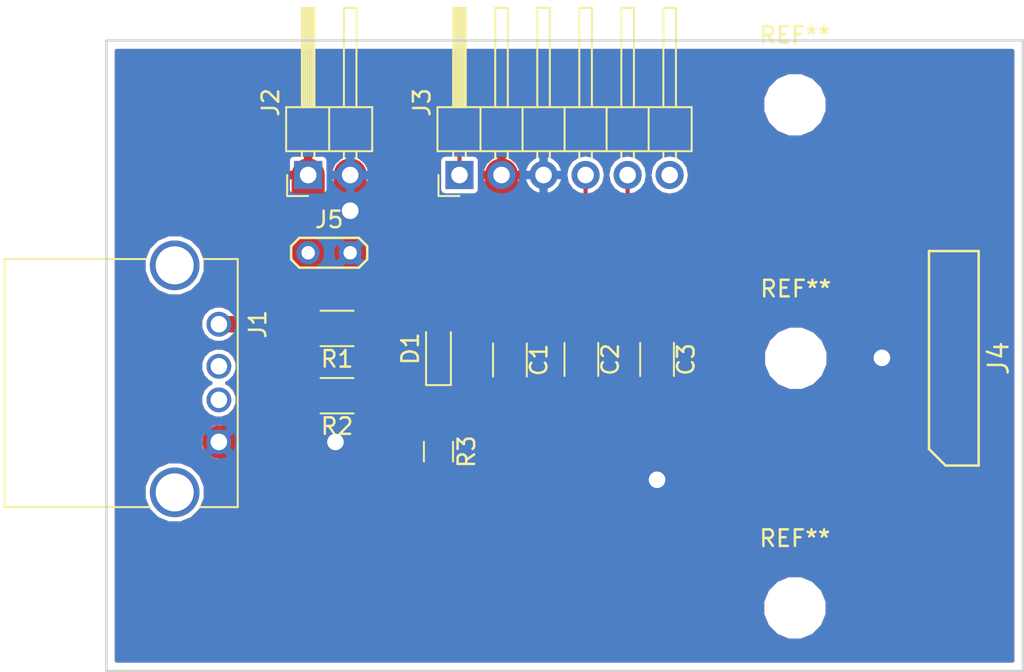
<source format=kicad_pcb>
(kicad_pcb (version 4) (host pcbnew 4.0.6+dfsg1-1)

  (general
    (links 24)
    (no_connects 2)
    (area 124.384999 89.840999 179.907001 128.091001)
    (thickness 1.6)
    (drawings 6)
    (tracks 65)
    (zones 0)
    (modules 15)
    (nets 12)
  )

  (page A4)
  (layers
    (0 F.Cu signal)
    (31 B.Cu signal)
    (32 B.Adhes user)
    (33 F.Adhes user)
    (34 B.Paste user)
    (35 F.Paste user)
    (36 B.SilkS user)
    (37 F.SilkS user)
    (38 B.Mask user)
    (39 F.Mask user)
    (40 Dwgs.User user)
    (41 Cmts.User user)
    (42 Eco1.User user)
    (43 Eco2.User user)
    (44 Edge.Cuts user)
    (45 Margin user)
    (46 B.CrtYd user)
    (47 F.CrtYd user)
    (48 B.Fab user)
    (49 F.Fab user hide)
  )

  (setup
    (last_trace_width 0.25)
    (user_trace_width 0.25)
    (user_trace_width 1)
    (user_trace_width 2)
    (user_trace_width 4)
    (trace_clearance 0.2)
    (zone_clearance 0.254)
    (zone_45_only no)
    (trace_min 0.2)
    (segment_width 0.2)
    (edge_width 0.15)
    (via_size 0.6)
    (via_drill 0.4)
    (via_min_size 0.4)
    (via_min_drill 0.3)
    (user_via 0.6 0.4)
    (user_via 1 0.5)
    (user_via 1.5 0.75)
    (user_via 2 1)
    (uvia_size 0.3)
    (uvia_drill 0.1)
    (uvias_allowed no)
    (uvia_min_size 0.2)
    (uvia_min_drill 0.1)
    (pcb_text_width 0.3)
    (pcb_text_size 1.5 1.5)
    (mod_edge_width 0.15)
    (mod_text_size 1 1)
    (mod_text_width 0.15)
    (pad_size 1.524 1.524)
    (pad_drill 0.762)
    (pad_to_mask_clearance 0.2)
    (aux_axis_origin 0 0)
    (visible_elements FFFFFF7F)
    (pcbplotparams
      (layerselection 0x010f0_80000001)
      (usegerberextensions true)
      (excludeedgelayer true)
      (linewidth 0.100000)
      (plotframeref false)
      (viasonmask false)
      (mode 1)
      (useauxorigin false)
      (hpglpennumber 1)
      (hpglpenspeed 20)
      (hpglpendiameter 15)
      (hpglpenoverlay 2)
      (psnegative false)
      (psa4output false)
      (plotreference true)
      (plotvalue true)
      (plotinvisibletext false)
      (padsonsilk false)
      (subtractmaskfromsilk true)
      (outputformat 1)
      (mirror false)
      (drillshape 0)
      (scaleselection 1)
      (outputdirectory gerbers/))
  )

  (net 0 "")
  (net 1 VDD)
  (net 2 GND)
  (net 3 "Net-(D1-Pad1)")
  (net 4 "Net-(J1-Pad3)")
  (net 5 "Net-(J1-Pad2)")
  (net 6 "Net-(J1-Pad1)")
  (net 7 "Net-(J1-Pad5)")
  (net 8 /~MCLR)
  (net 9 /PGD)
  (net 10 /PGC)
  (net 11 "Net-(J3-Pad6)")

  (net_class Default "This is the default net class."
    (clearance 0.2)
    (trace_width 0.25)
    (via_dia 0.6)
    (via_drill 0.4)
    (uvia_dia 0.3)
    (uvia_drill 0.1)
    (add_net /PGC)
    (add_net /PGD)
    (add_net /~MCLR)
    (add_net GND)
    (add_net "Net-(D1-Pad1)")
    (add_net "Net-(J1-Pad1)")
    (add_net "Net-(J1-Pad2)")
    (add_net "Net-(J1-Pad3)")
    (add_net "Net-(J1-Pad5)")
    (add_net "Net-(J3-Pad6)")
    (add_net VDD)
  )

  (module Capacitors_SMD:C_1206_HandSoldering (layer F.Cu) (tedit 58AA84D1) (tstamp 5AF35190)
    (at 148.844 109.22 270)
    (descr "Capacitor SMD 1206, hand soldering")
    (tags "capacitor 1206")
    (path /5AF34D79)
    (attr smd)
    (fp_text reference C1 (at 0 -1.75 270) (layer F.SilkS)
      (effects (font (size 1 1) (thickness 0.15)))
    )
    (fp_text value 22u (at 0 2 270) (layer F.Fab)
      (effects (font (size 1 1) (thickness 0.15)))
    )
    (fp_text user %R (at 0 -1.75 270) (layer F.Fab)
      (effects (font (size 1 1) (thickness 0.15)))
    )
    (fp_line (start -1.6 0.8) (end -1.6 -0.8) (layer F.Fab) (width 0.1))
    (fp_line (start 1.6 0.8) (end -1.6 0.8) (layer F.Fab) (width 0.1))
    (fp_line (start 1.6 -0.8) (end 1.6 0.8) (layer F.Fab) (width 0.1))
    (fp_line (start -1.6 -0.8) (end 1.6 -0.8) (layer F.Fab) (width 0.1))
    (fp_line (start 1 -1.02) (end -1 -1.02) (layer F.SilkS) (width 0.12))
    (fp_line (start -1 1.02) (end 1 1.02) (layer F.SilkS) (width 0.12))
    (fp_line (start -3.25 -1.05) (end 3.25 -1.05) (layer F.CrtYd) (width 0.05))
    (fp_line (start -3.25 -1.05) (end -3.25 1.05) (layer F.CrtYd) (width 0.05))
    (fp_line (start 3.25 1.05) (end 3.25 -1.05) (layer F.CrtYd) (width 0.05))
    (fp_line (start 3.25 1.05) (end -3.25 1.05) (layer F.CrtYd) (width 0.05))
    (pad 1 smd rect (at -2 0 270) (size 2 1.6) (layers F.Cu F.Paste F.Mask)
      (net 1 VDD))
    (pad 2 smd rect (at 2 0 270) (size 2 1.6) (layers F.Cu F.Paste F.Mask)
      (net 2 GND))
    (model Capacitors_SMD.3dshapes/C_1206.wrl
      (at (xyz 0 0 0))
      (scale (xyz 1 1 1))
      (rotate (xyz 0 0 0))
    )
  )

  (module Capacitors_SMD:C_1206_HandSoldering (layer F.Cu) (tedit 58AA84D1) (tstamp 5AF35196)
    (at 153.162 109.188 270)
    (descr "Capacitor SMD 1206, hand soldering")
    (tags "capacitor 1206")
    (path /5AF34D9F)
    (attr smd)
    (fp_text reference C2 (at 0 -1.75 270) (layer F.SilkS)
      (effects (font (size 1 1) (thickness 0.15)))
    )
    (fp_text value 4.7u (at 0 2 270) (layer F.Fab)
      (effects (font (size 1 1) (thickness 0.15)))
    )
    (fp_text user %R (at 0 -1.75 270) (layer F.Fab)
      (effects (font (size 1 1) (thickness 0.15)))
    )
    (fp_line (start -1.6 0.8) (end -1.6 -0.8) (layer F.Fab) (width 0.1))
    (fp_line (start 1.6 0.8) (end -1.6 0.8) (layer F.Fab) (width 0.1))
    (fp_line (start 1.6 -0.8) (end 1.6 0.8) (layer F.Fab) (width 0.1))
    (fp_line (start -1.6 -0.8) (end 1.6 -0.8) (layer F.Fab) (width 0.1))
    (fp_line (start 1 -1.02) (end -1 -1.02) (layer F.SilkS) (width 0.12))
    (fp_line (start -1 1.02) (end 1 1.02) (layer F.SilkS) (width 0.12))
    (fp_line (start -3.25 -1.05) (end 3.25 -1.05) (layer F.CrtYd) (width 0.05))
    (fp_line (start -3.25 -1.05) (end -3.25 1.05) (layer F.CrtYd) (width 0.05))
    (fp_line (start 3.25 1.05) (end 3.25 -1.05) (layer F.CrtYd) (width 0.05))
    (fp_line (start 3.25 1.05) (end -3.25 1.05) (layer F.CrtYd) (width 0.05))
    (pad 1 smd rect (at -2 0 270) (size 2 1.6) (layers F.Cu F.Paste F.Mask)
      (net 1 VDD))
    (pad 2 smd rect (at 2 0 270) (size 2 1.6) (layers F.Cu F.Paste F.Mask)
      (net 2 GND))
    (model Capacitors_SMD.3dshapes/C_1206.wrl
      (at (xyz 0 0 0))
      (scale (xyz 1 1 1))
      (rotate (xyz 0 0 0))
    )
  )

  (module Capacitors_SMD:C_1206_HandSoldering (layer F.Cu) (tedit 58AA84D1) (tstamp 5AF3519C)
    (at 157.734 109.188 270)
    (descr "Capacitor SMD 1206, hand soldering")
    (tags "capacitor 1206")
    (path /5AF34DCD)
    (attr smd)
    (fp_text reference C3 (at 0 -1.75 270) (layer F.SilkS)
      (effects (font (size 1 1) (thickness 0.15)))
    )
    (fp_text value 0.1u (at 0 2 270) (layer F.Fab)
      (effects (font (size 1 1) (thickness 0.15)))
    )
    (fp_text user %R (at 0 -1.75 270) (layer F.Fab)
      (effects (font (size 1 1) (thickness 0.15)))
    )
    (fp_line (start -1.6 0.8) (end -1.6 -0.8) (layer F.Fab) (width 0.1))
    (fp_line (start 1.6 0.8) (end -1.6 0.8) (layer F.Fab) (width 0.1))
    (fp_line (start 1.6 -0.8) (end 1.6 0.8) (layer F.Fab) (width 0.1))
    (fp_line (start -1.6 -0.8) (end 1.6 -0.8) (layer F.Fab) (width 0.1))
    (fp_line (start 1 -1.02) (end -1 -1.02) (layer F.SilkS) (width 0.12))
    (fp_line (start -1 1.02) (end 1 1.02) (layer F.SilkS) (width 0.12))
    (fp_line (start -3.25 -1.05) (end 3.25 -1.05) (layer F.CrtYd) (width 0.05))
    (fp_line (start -3.25 -1.05) (end -3.25 1.05) (layer F.CrtYd) (width 0.05))
    (fp_line (start 3.25 1.05) (end 3.25 -1.05) (layer F.CrtYd) (width 0.05))
    (fp_line (start 3.25 1.05) (end -3.25 1.05) (layer F.CrtYd) (width 0.05))
    (pad 1 smd rect (at -2 0 270) (size 2 1.6) (layers F.Cu F.Paste F.Mask)
      (net 1 VDD))
    (pad 2 smd rect (at 2 0 270) (size 2 1.6) (layers F.Cu F.Paste F.Mask)
      (net 2 GND))
    (model Capacitors_SMD.3dshapes/C_1206.wrl
      (at (xyz 0 0 0))
      (scale (xyz 1 1 1))
      (rotate (xyz 0 0 0))
    )
  )

  (module LEDs:LED_0805_HandSoldering (layer F.Cu) (tedit 595FCA25) (tstamp 5AF351A2)
    (at 144.526 108.538 90)
    (descr "Resistor SMD 0805, hand soldering")
    (tags "resistor 0805")
    (path /5AF34EF1)
    (attr smd)
    (fp_text reference D1 (at 0 -1.7 90) (layer F.SilkS)
      (effects (font (size 1 1) (thickness 0.15)))
    )
    (fp_text value LED (at 0 1.75 90) (layer F.Fab)
      (effects (font (size 1 1) (thickness 0.15)))
    )
    (fp_line (start -0.4 -0.4) (end -0.4 0.4) (layer F.Fab) (width 0.1))
    (fp_line (start -0.4 0) (end 0.2 -0.4) (layer F.Fab) (width 0.1))
    (fp_line (start 0.2 0.4) (end -0.4 0) (layer F.Fab) (width 0.1))
    (fp_line (start 0.2 -0.4) (end 0.2 0.4) (layer F.Fab) (width 0.1))
    (fp_line (start -1 0.62) (end -1 -0.62) (layer F.Fab) (width 0.1))
    (fp_line (start 1 0.62) (end -1 0.62) (layer F.Fab) (width 0.1))
    (fp_line (start 1 -0.62) (end 1 0.62) (layer F.Fab) (width 0.1))
    (fp_line (start -1 -0.62) (end 1 -0.62) (layer F.Fab) (width 0.1))
    (fp_line (start 1 0.75) (end -2.2 0.75) (layer F.SilkS) (width 0.12))
    (fp_line (start -2.2 -0.75) (end 1 -0.75) (layer F.SilkS) (width 0.12))
    (fp_line (start -2.35 -0.9) (end 2.35 -0.9) (layer F.CrtYd) (width 0.05))
    (fp_line (start -2.35 -0.9) (end -2.35 0.9) (layer F.CrtYd) (width 0.05))
    (fp_line (start 2.35 0.9) (end 2.35 -0.9) (layer F.CrtYd) (width 0.05))
    (fp_line (start 2.35 0.9) (end -2.35 0.9) (layer F.CrtYd) (width 0.05))
    (fp_line (start -2.2 -0.75) (end -2.2 0.75) (layer F.SilkS) (width 0.12))
    (pad 1 smd rect (at -1.35 0 90) (size 1.5 1.3) (layers F.Cu F.Paste F.Mask)
      (net 3 "Net-(D1-Pad1)"))
    (pad 2 smd rect (at 1.35 0 90) (size 1.5 1.3) (layers F.Cu F.Paste F.Mask)
      (net 1 VDD))
    (model ${KISYS3DMOD}/LEDs.3dshapes/LED_0805.wrl
      (at (xyz 0 0 0))
      (scale (xyz 1 1 1))
      (rotate (xyz 0 0 0))
    )
  )

  (module Connect:USB_A (layer F.Cu) (tedit 5543E289) (tstamp 5AF351AC)
    (at 131.2575 107.061 270)
    (descr "USB A connector")
    (tags "USB USB_A")
    (path /5AF34ABD)
    (fp_text reference J1 (at 0 -2.35 270) (layer F.SilkS)
      (effects (font (size 1 1) (thickness 0.15)))
    )
    (fp_text value USB_A (at 3.84 7.44 270) (layer F.Fab)
      (effects (font (size 1 1) (thickness 0.15)))
    )
    (fp_line (start -5.3 13.2) (end -5.3 -1.4) (layer F.CrtYd) (width 0.05))
    (fp_line (start 11.95 -1.4) (end 11.95 13.2) (layer F.CrtYd) (width 0.05))
    (fp_line (start -5.3 13.2) (end 11.95 13.2) (layer F.CrtYd) (width 0.05))
    (fp_line (start -5.3 -1.4) (end 11.95 -1.4) (layer F.CrtYd) (width 0.05))
    (fp_line (start 11.05 -1.14) (end 11.05 1.19) (layer F.SilkS) (width 0.12))
    (fp_line (start -3.94 -1.14) (end -3.94 0.98) (layer F.SilkS) (width 0.12))
    (fp_line (start 11.05 -1.14) (end -3.94 -1.14) (layer F.SilkS) (width 0.12))
    (fp_line (start 11.05 12.95) (end -3.94 12.95) (layer F.SilkS) (width 0.12))
    (fp_line (start 11.05 4.15) (end 11.05 12.95) (layer F.SilkS) (width 0.12))
    (fp_line (start -3.94 4.35) (end -3.94 12.95) (layer F.SilkS) (width 0.12))
    (pad 4 thru_hole circle (at 7.11 0 180) (size 1.5 1.5) (drill 1) (layers *.Cu *.Mask)
      (net 2 GND))
    (pad 3 thru_hole circle (at 4.57 0 180) (size 1.5 1.5) (drill 1) (layers *.Cu *.Mask)
      (net 4 "Net-(J1-Pad3)"))
    (pad 2 thru_hole circle (at 2.54 0 180) (size 1.5 1.5) (drill 1) (layers *.Cu *.Mask)
      (net 5 "Net-(J1-Pad2)"))
    (pad 1 thru_hole circle (at 0 0 180) (size 1.5 1.5) (drill 1) (layers *.Cu *.Mask)
      (net 6 "Net-(J1-Pad1)"))
    (pad 5 thru_hole circle (at 10.16 2.67 180) (size 3 3) (drill 2.3) (layers *.Cu *.Mask)
      (net 7 "Net-(J1-Pad5)"))
    (pad 5 thru_hole circle (at -3.56 2.67 180) (size 3 3) (drill 2.3) (layers *.Cu *.Mask)
      (net 7 "Net-(J1-Pad5)"))
    (model ${KISYS3DMOD}/Connectors.3dshapes/USB_A.wrl
      (at (xyz 0.14 0 0))
      (scale (xyz 1 1 1))
      (rotate (xyz 0 0 90))
    )
  )

  (module Resistors_SMD:R_1206_HandSoldering (layer F.Cu) (tedit 58E0A804) (tstamp 5AF351CB)
    (at 138.398 107.315 180)
    (descr "Resistor SMD 1206, hand soldering")
    (tags "resistor 1206")
    (path /5AF34F64)
    (attr smd)
    (fp_text reference R1 (at 0 -1.85 180) (layer F.SilkS)
      (effects (font (size 1 1) (thickness 0.15)))
    )
    (fp_text value 0.1 (at 0 1.9 180) (layer F.Fab)
      (effects (font (size 1 1) (thickness 0.15)))
    )
    (fp_text user %R (at 0 0 360) (layer F.Fab)
      (effects (font (size 0.7 0.7) (thickness 0.105)))
    )
    (fp_line (start -1.6 0.8) (end -1.6 -0.8) (layer F.Fab) (width 0.1))
    (fp_line (start 1.6 0.8) (end -1.6 0.8) (layer F.Fab) (width 0.1))
    (fp_line (start 1.6 -0.8) (end 1.6 0.8) (layer F.Fab) (width 0.1))
    (fp_line (start -1.6 -0.8) (end 1.6 -0.8) (layer F.Fab) (width 0.1))
    (fp_line (start 1 1.07) (end -1 1.07) (layer F.SilkS) (width 0.12))
    (fp_line (start -1 -1.07) (end 1 -1.07) (layer F.SilkS) (width 0.12))
    (fp_line (start -3.25 -1.11) (end 3.25 -1.11) (layer F.CrtYd) (width 0.05))
    (fp_line (start -3.25 -1.11) (end -3.25 1.1) (layer F.CrtYd) (width 0.05))
    (fp_line (start 3.25 1.1) (end 3.25 -1.11) (layer F.CrtYd) (width 0.05))
    (fp_line (start 3.25 1.1) (end -3.25 1.1) (layer F.CrtYd) (width 0.05))
    (pad 1 smd rect (at -2 0 180) (size 2 1.7) (layers F.Cu F.Paste F.Mask)
      (net 1 VDD))
    (pad 2 smd rect (at 2 0 180) (size 2 1.7) (layers F.Cu F.Paste F.Mask)
      (net 6 "Net-(J1-Pad1)"))
    (model ${KISYS3DMOD}/Resistors_SMD.3dshapes/R_1206.wrl
      (at (xyz 0 0 0))
      (scale (xyz 1 1 1))
      (rotate (xyz 0 0 0))
    )
  )

  (module Resistors_SMD:R_1206_HandSoldering (layer F.Cu) (tedit 58E0A804) (tstamp 5AF351D1)
    (at 138.398 111.379 180)
    (descr "Resistor SMD 1206, hand soldering")
    (tags "resistor 1206")
    (path /5AF34D56)
    (attr smd)
    (fp_text reference R2 (at 0 -1.85 180) (layer F.SilkS)
      (effects (font (size 1 1) (thickness 0.15)))
    )
    (fp_text value 0.1 (at 0 1.9 180) (layer F.Fab)
      (effects (font (size 1 1) (thickness 0.15)))
    )
    (fp_text user %R (at 0 0 180) (layer F.Fab)
      (effects (font (size 0.7 0.7) (thickness 0.105)))
    )
    (fp_line (start -1.6 0.8) (end -1.6 -0.8) (layer F.Fab) (width 0.1))
    (fp_line (start 1.6 0.8) (end -1.6 0.8) (layer F.Fab) (width 0.1))
    (fp_line (start 1.6 -0.8) (end 1.6 0.8) (layer F.Fab) (width 0.1))
    (fp_line (start -1.6 -0.8) (end 1.6 -0.8) (layer F.Fab) (width 0.1))
    (fp_line (start 1 1.07) (end -1 1.07) (layer F.SilkS) (width 0.12))
    (fp_line (start -1 -1.07) (end 1 -1.07) (layer F.SilkS) (width 0.12))
    (fp_line (start -3.25 -1.11) (end 3.25 -1.11) (layer F.CrtYd) (width 0.05))
    (fp_line (start -3.25 -1.11) (end -3.25 1.1) (layer F.CrtYd) (width 0.05))
    (fp_line (start 3.25 1.1) (end 3.25 -1.11) (layer F.CrtYd) (width 0.05))
    (fp_line (start 3.25 1.1) (end -3.25 1.1) (layer F.CrtYd) (width 0.05))
    (pad 1 smd rect (at -2 0 180) (size 2 1.7) (layers F.Cu F.Paste F.Mask)
      (net 1 VDD))
    (pad 2 smd rect (at 2 0 180) (size 2 1.7) (layers F.Cu F.Paste F.Mask)
      (net 6 "Net-(J1-Pad1)"))
    (model ${KISYS3DMOD}/Resistors_SMD.3dshapes/R_1206.wrl
      (at (xyz 0 0 0))
      (scale (xyz 1 1 1))
      (rotate (xyz 0 0 0))
    )
  )

  (module Resistors_SMD:R_0805_HandSoldering (layer F.Cu) (tedit 58E0A804) (tstamp 5AF351D7)
    (at 144.526 114.761 270)
    (descr "Resistor SMD 0805, hand soldering")
    (tags "resistor 0805")
    (path /5AF34F31)
    (attr smd)
    (fp_text reference R3 (at 0 -1.7 270) (layer F.SilkS)
      (effects (font (size 1 1) (thickness 0.15)))
    )
    (fp_text value 1k (at 0 1.75 270) (layer F.Fab)
      (effects (font (size 1 1) (thickness 0.15)))
    )
    (fp_text user %R (at 0 0 270) (layer F.Fab)
      (effects (font (size 0.5 0.5) (thickness 0.075)))
    )
    (fp_line (start -1 0.62) (end -1 -0.62) (layer F.Fab) (width 0.1))
    (fp_line (start 1 0.62) (end -1 0.62) (layer F.Fab) (width 0.1))
    (fp_line (start 1 -0.62) (end 1 0.62) (layer F.Fab) (width 0.1))
    (fp_line (start -1 -0.62) (end 1 -0.62) (layer F.Fab) (width 0.1))
    (fp_line (start 0.6 0.88) (end -0.6 0.88) (layer F.SilkS) (width 0.12))
    (fp_line (start -0.6 -0.88) (end 0.6 -0.88) (layer F.SilkS) (width 0.12))
    (fp_line (start -2.35 -0.9) (end 2.35 -0.9) (layer F.CrtYd) (width 0.05))
    (fp_line (start -2.35 -0.9) (end -2.35 0.9) (layer F.CrtYd) (width 0.05))
    (fp_line (start 2.35 0.9) (end 2.35 -0.9) (layer F.CrtYd) (width 0.05))
    (fp_line (start 2.35 0.9) (end -2.35 0.9) (layer F.CrtYd) (width 0.05))
    (pad 1 smd rect (at -1.35 0 270) (size 1.5 1.3) (layers F.Cu F.Paste F.Mask)
      (net 3 "Net-(D1-Pad1)"))
    (pad 2 smd rect (at 1.35 0 270) (size 1.5 1.3) (layers F.Cu F.Paste F.Mask)
      (net 2 GND))
    (model ${KISYS3DMOD}/Resistors_SMD.3dshapes/R_0805.wrl
      (at (xyz 0 0 0))
      (scale (xyz 1 1 1))
      (rotate (xyz 0 0 0))
    )
  )

  (module Measurement_Points:Test_Point_2Pads (layer F.Cu) (tedit 56C3646A) (tstamp 5AF354B8)
    (at 136.652 102.743)
    (descr "Connecteurs 2 pins")
    (tags "CONN DEV")
    (path /5AF36377)
    (attr virtual)
    (fp_text reference J5 (at 1.27 -2) (layer F.SilkS)
      (effects (font (size 1 1) (thickness 0.15)))
    )
    (fp_text value TEST_2P (at 1.27 2) (layer F.Fab)
      (effects (font (size 1 1) (thickness 0.15)))
    )
    (fp_line (start -0.65 1.15) (end 3.15 1.15) (layer F.CrtYd) (width 0.05))
    (fp_line (start 3.15 1.15) (end 3.8 0.5) (layer F.CrtYd) (width 0.05))
    (fp_line (start 3.8 0.5) (end 3.8 -0.5) (layer F.CrtYd) (width 0.05))
    (fp_line (start 3.8 -0.5) (end 3.15 -1.15) (layer F.CrtYd) (width 0.05))
    (fp_line (start 3.15 -1.15) (end -0.65 -1.15) (layer F.CrtYd) (width 0.05))
    (fp_line (start -0.65 -1.15) (end -1.3 -0.5) (layer F.CrtYd) (width 0.05))
    (fp_line (start -1.3 -0.5) (end -1.3 0.5) (layer F.CrtYd) (width 0.05))
    (fp_line (start -1.3 0.5) (end -0.65 1.15) (layer F.CrtYd) (width 0.05))
    (fp_line (start -0.53 -0.9) (end 3.07 -0.9) (layer F.SilkS) (width 0.15))
    (fp_line (start 3.07 -0.9) (end 3.57 -0.4) (layer F.SilkS) (width 0.15))
    (fp_line (start 3.57 -0.4) (end 3.57 0.4) (layer F.SilkS) (width 0.15))
    (fp_line (start 3.57 0.4) (end 3.07 0.9) (layer F.SilkS) (width 0.15))
    (fp_line (start 3.07 0.9) (end -0.53 0.9) (layer F.SilkS) (width 0.15))
    (fp_line (start -0.53 0.9) (end -1.03 0.4) (layer F.SilkS) (width 0.15))
    (fp_line (start -1.03 0.4) (end -1.03 -0.4) (layer F.SilkS) (width 0.15))
    (fp_line (start -1.03 -0.4) (end -0.53 -0.9) (layer F.SilkS) (width 0.15))
    (pad 1 thru_hole circle (at 0 0) (size 1.4 1.4) (drill 0.8128) (layers *.Cu *.Mask)
      (net 1 VDD))
    (pad 2 thru_hole circle (at 2.54 0) (size 1.4 1.4) (drill 0.8128) (layers *.Cu *.Mask)
      (net 2 GND))
  )

  (module Pin_Headers:Pin_Header_Angled_1x02_Pitch2.54mm (layer F.Cu) (tedit 59650532) (tstamp 5AF35664)
    (at 136.652 98.044 90)
    (descr "Through hole angled pin header, 1x02, 2.54mm pitch, 6mm pin length, single row")
    (tags "Through hole angled pin header THT 1x02 2.54mm single row")
    (path /5AF34E1D)
    (fp_text reference J2 (at 4.385 -2.27 90) (layer F.SilkS)
      (effects (font (size 1 1) (thickness 0.15)))
    )
    (fp_text value PWR (at 4.385 4.81 90) (layer F.Fab)
      (effects (font (size 1 1) (thickness 0.15)))
    )
    (fp_line (start 2.135 -1.27) (end 4.04 -1.27) (layer F.Fab) (width 0.1))
    (fp_line (start 4.04 -1.27) (end 4.04 3.81) (layer F.Fab) (width 0.1))
    (fp_line (start 4.04 3.81) (end 1.5 3.81) (layer F.Fab) (width 0.1))
    (fp_line (start 1.5 3.81) (end 1.5 -0.635) (layer F.Fab) (width 0.1))
    (fp_line (start 1.5 -0.635) (end 2.135 -1.27) (layer F.Fab) (width 0.1))
    (fp_line (start -0.32 -0.32) (end 1.5 -0.32) (layer F.Fab) (width 0.1))
    (fp_line (start -0.32 -0.32) (end -0.32 0.32) (layer F.Fab) (width 0.1))
    (fp_line (start -0.32 0.32) (end 1.5 0.32) (layer F.Fab) (width 0.1))
    (fp_line (start 4.04 -0.32) (end 10.04 -0.32) (layer F.Fab) (width 0.1))
    (fp_line (start 10.04 -0.32) (end 10.04 0.32) (layer F.Fab) (width 0.1))
    (fp_line (start 4.04 0.32) (end 10.04 0.32) (layer F.Fab) (width 0.1))
    (fp_line (start -0.32 2.22) (end 1.5 2.22) (layer F.Fab) (width 0.1))
    (fp_line (start -0.32 2.22) (end -0.32 2.86) (layer F.Fab) (width 0.1))
    (fp_line (start -0.32 2.86) (end 1.5 2.86) (layer F.Fab) (width 0.1))
    (fp_line (start 4.04 2.22) (end 10.04 2.22) (layer F.Fab) (width 0.1))
    (fp_line (start 10.04 2.22) (end 10.04 2.86) (layer F.Fab) (width 0.1))
    (fp_line (start 4.04 2.86) (end 10.04 2.86) (layer F.Fab) (width 0.1))
    (fp_line (start 1.44 -1.33) (end 1.44 3.87) (layer F.SilkS) (width 0.12))
    (fp_line (start 1.44 3.87) (end 4.1 3.87) (layer F.SilkS) (width 0.12))
    (fp_line (start 4.1 3.87) (end 4.1 -1.33) (layer F.SilkS) (width 0.12))
    (fp_line (start 4.1 -1.33) (end 1.44 -1.33) (layer F.SilkS) (width 0.12))
    (fp_line (start 4.1 -0.38) (end 10.1 -0.38) (layer F.SilkS) (width 0.12))
    (fp_line (start 10.1 -0.38) (end 10.1 0.38) (layer F.SilkS) (width 0.12))
    (fp_line (start 10.1 0.38) (end 4.1 0.38) (layer F.SilkS) (width 0.12))
    (fp_line (start 4.1 -0.32) (end 10.1 -0.32) (layer F.SilkS) (width 0.12))
    (fp_line (start 4.1 -0.2) (end 10.1 -0.2) (layer F.SilkS) (width 0.12))
    (fp_line (start 4.1 -0.08) (end 10.1 -0.08) (layer F.SilkS) (width 0.12))
    (fp_line (start 4.1 0.04) (end 10.1 0.04) (layer F.SilkS) (width 0.12))
    (fp_line (start 4.1 0.16) (end 10.1 0.16) (layer F.SilkS) (width 0.12))
    (fp_line (start 4.1 0.28) (end 10.1 0.28) (layer F.SilkS) (width 0.12))
    (fp_line (start 1.11 -0.38) (end 1.44 -0.38) (layer F.SilkS) (width 0.12))
    (fp_line (start 1.11 0.38) (end 1.44 0.38) (layer F.SilkS) (width 0.12))
    (fp_line (start 1.44 1.27) (end 4.1 1.27) (layer F.SilkS) (width 0.12))
    (fp_line (start 4.1 2.16) (end 10.1 2.16) (layer F.SilkS) (width 0.12))
    (fp_line (start 10.1 2.16) (end 10.1 2.92) (layer F.SilkS) (width 0.12))
    (fp_line (start 10.1 2.92) (end 4.1 2.92) (layer F.SilkS) (width 0.12))
    (fp_line (start 1.042929 2.16) (end 1.44 2.16) (layer F.SilkS) (width 0.12))
    (fp_line (start 1.042929 2.92) (end 1.44 2.92) (layer F.SilkS) (width 0.12))
    (fp_line (start -1.27 0) (end -1.27 -1.27) (layer F.SilkS) (width 0.12))
    (fp_line (start -1.27 -1.27) (end 0 -1.27) (layer F.SilkS) (width 0.12))
    (fp_line (start -1.8 -1.8) (end -1.8 4.35) (layer F.CrtYd) (width 0.05))
    (fp_line (start -1.8 4.35) (end 10.55 4.35) (layer F.CrtYd) (width 0.05))
    (fp_line (start 10.55 4.35) (end 10.55 -1.8) (layer F.CrtYd) (width 0.05))
    (fp_line (start 10.55 -1.8) (end -1.8 -1.8) (layer F.CrtYd) (width 0.05))
    (fp_text user %R (at 2.77 1.27 180) (layer F.Fab)
      (effects (font (size 1 1) (thickness 0.15)))
    )
    (pad 1 thru_hole rect (at 0 0 90) (size 1.7 1.7) (drill 1) (layers *.Cu *.Mask)
      (net 1 VDD))
    (pad 2 thru_hole oval (at 0 2.54 90) (size 1.7 1.7) (drill 1) (layers *.Cu *.Mask)
      (net 2 GND))
    (model ${KISYS3DMOD}/Pin_Headers.3dshapes/Pin_Header_Angled_1x02_Pitch2.54mm.wrl
      (at (xyz 0 -0.05 0))
      (scale (xyz 1 1 1))
      (rotate (xyz 0 0 90))
    )
  )

  (module Pin_Headers:Pin_Header_Angled_1x06_Pitch2.54mm (layer F.Cu) (tedit 59650532) (tstamp 5AF3566E)
    (at 145.796 98.044 90)
    (descr "Through hole angled pin header, 1x06, 2.54mm pitch, 6mm pin length, single row")
    (tags "Through hole angled pin header THT 1x06 2.54mm single row")
    (path /5AF3228E)
    (fp_text reference J3 (at 4.385 -2.27 90) (layer F.SilkS)
      (effects (font (size 1 1) (thickness 0.15)))
    )
    (fp_text value PICKIT (at 4.385 14.97 90) (layer F.Fab)
      (effects (font (size 1 1) (thickness 0.15)))
    )
    (fp_line (start 2.135 -1.27) (end 4.04 -1.27) (layer F.Fab) (width 0.1))
    (fp_line (start 4.04 -1.27) (end 4.04 13.97) (layer F.Fab) (width 0.1))
    (fp_line (start 4.04 13.97) (end 1.5 13.97) (layer F.Fab) (width 0.1))
    (fp_line (start 1.5 13.97) (end 1.5 -0.635) (layer F.Fab) (width 0.1))
    (fp_line (start 1.5 -0.635) (end 2.135 -1.27) (layer F.Fab) (width 0.1))
    (fp_line (start -0.32 -0.32) (end 1.5 -0.32) (layer F.Fab) (width 0.1))
    (fp_line (start -0.32 -0.32) (end -0.32 0.32) (layer F.Fab) (width 0.1))
    (fp_line (start -0.32 0.32) (end 1.5 0.32) (layer F.Fab) (width 0.1))
    (fp_line (start 4.04 -0.32) (end 10.04 -0.32) (layer F.Fab) (width 0.1))
    (fp_line (start 10.04 -0.32) (end 10.04 0.32) (layer F.Fab) (width 0.1))
    (fp_line (start 4.04 0.32) (end 10.04 0.32) (layer F.Fab) (width 0.1))
    (fp_line (start -0.32 2.22) (end 1.5 2.22) (layer F.Fab) (width 0.1))
    (fp_line (start -0.32 2.22) (end -0.32 2.86) (layer F.Fab) (width 0.1))
    (fp_line (start -0.32 2.86) (end 1.5 2.86) (layer F.Fab) (width 0.1))
    (fp_line (start 4.04 2.22) (end 10.04 2.22) (layer F.Fab) (width 0.1))
    (fp_line (start 10.04 2.22) (end 10.04 2.86) (layer F.Fab) (width 0.1))
    (fp_line (start 4.04 2.86) (end 10.04 2.86) (layer F.Fab) (width 0.1))
    (fp_line (start -0.32 4.76) (end 1.5 4.76) (layer F.Fab) (width 0.1))
    (fp_line (start -0.32 4.76) (end -0.32 5.4) (layer F.Fab) (width 0.1))
    (fp_line (start -0.32 5.4) (end 1.5 5.4) (layer F.Fab) (width 0.1))
    (fp_line (start 4.04 4.76) (end 10.04 4.76) (layer F.Fab) (width 0.1))
    (fp_line (start 10.04 4.76) (end 10.04 5.4) (layer F.Fab) (width 0.1))
    (fp_line (start 4.04 5.4) (end 10.04 5.4) (layer F.Fab) (width 0.1))
    (fp_line (start -0.32 7.3) (end 1.5 7.3) (layer F.Fab) (width 0.1))
    (fp_line (start -0.32 7.3) (end -0.32 7.94) (layer F.Fab) (width 0.1))
    (fp_line (start -0.32 7.94) (end 1.5 7.94) (layer F.Fab) (width 0.1))
    (fp_line (start 4.04 7.3) (end 10.04 7.3) (layer F.Fab) (width 0.1))
    (fp_line (start 10.04 7.3) (end 10.04 7.94) (layer F.Fab) (width 0.1))
    (fp_line (start 4.04 7.94) (end 10.04 7.94) (layer F.Fab) (width 0.1))
    (fp_line (start -0.32 9.84) (end 1.5 9.84) (layer F.Fab) (width 0.1))
    (fp_line (start -0.32 9.84) (end -0.32 10.48) (layer F.Fab) (width 0.1))
    (fp_line (start -0.32 10.48) (end 1.5 10.48) (layer F.Fab) (width 0.1))
    (fp_line (start 4.04 9.84) (end 10.04 9.84) (layer F.Fab) (width 0.1))
    (fp_line (start 10.04 9.84) (end 10.04 10.48) (layer F.Fab) (width 0.1))
    (fp_line (start 4.04 10.48) (end 10.04 10.48) (layer F.Fab) (width 0.1))
    (fp_line (start -0.32 12.38) (end 1.5 12.38) (layer F.Fab) (width 0.1))
    (fp_line (start -0.32 12.38) (end -0.32 13.02) (layer F.Fab) (width 0.1))
    (fp_line (start -0.32 13.02) (end 1.5 13.02) (layer F.Fab) (width 0.1))
    (fp_line (start 4.04 12.38) (end 10.04 12.38) (layer F.Fab) (width 0.1))
    (fp_line (start 10.04 12.38) (end 10.04 13.02) (layer F.Fab) (width 0.1))
    (fp_line (start 4.04 13.02) (end 10.04 13.02) (layer F.Fab) (width 0.1))
    (fp_line (start 1.44 -1.33) (end 1.44 14.03) (layer F.SilkS) (width 0.12))
    (fp_line (start 1.44 14.03) (end 4.1 14.03) (layer F.SilkS) (width 0.12))
    (fp_line (start 4.1 14.03) (end 4.1 -1.33) (layer F.SilkS) (width 0.12))
    (fp_line (start 4.1 -1.33) (end 1.44 -1.33) (layer F.SilkS) (width 0.12))
    (fp_line (start 4.1 -0.38) (end 10.1 -0.38) (layer F.SilkS) (width 0.12))
    (fp_line (start 10.1 -0.38) (end 10.1 0.38) (layer F.SilkS) (width 0.12))
    (fp_line (start 10.1 0.38) (end 4.1 0.38) (layer F.SilkS) (width 0.12))
    (fp_line (start 4.1 -0.32) (end 10.1 -0.32) (layer F.SilkS) (width 0.12))
    (fp_line (start 4.1 -0.2) (end 10.1 -0.2) (layer F.SilkS) (width 0.12))
    (fp_line (start 4.1 -0.08) (end 10.1 -0.08) (layer F.SilkS) (width 0.12))
    (fp_line (start 4.1 0.04) (end 10.1 0.04) (layer F.SilkS) (width 0.12))
    (fp_line (start 4.1 0.16) (end 10.1 0.16) (layer F.SilkS) (width 0.12))
    (fp_line (start 4.1 0.28) (end 10.1 0.28) (layer F.SilkS) (width 0.12))
    (fp_line (start 1.11 -0.38) (end 1.44 -0.38) (layer F.SilkS) (width 0.12))
    (fp_line (start 1.11 0.38) (end 1.44 0.38) (layer F.SilkS) (width 0.12))
    (fp_line (start 1.44 1.27) (end 4.1 1.27) (layer F.SilkS) (width 0.12))
    (fp_line (start 4.1 2.16) (end 10.1 2.16) (layer F.SilkS) (width 0.12))
    (fp_line (start 10.1 2.16) (end 10.1 2.92) (layer F.SilkS) (width 0.12))
    (fp_line (start 10.1 2.92) (end 4.1 2.92) (layer F.SilkS) (width 0.12))
    (fp_line (start 1.042929 2.16) (end 1.44 2.16) (layer F.SilkS) (width 0.12))
    (fp_line (start 1.042929 2.92) (end 1.44 2.92) (layer F.SilkS) (width 0.12))
    (fp_line (start 1.44 3.81) (end 4.1 3.81) (layer F.SilkS) (width 0.12))
    (fp_line (start 4.1 4.7) (end 10.1 4.7) (layer F.SilkS) (width 0.12))
    (fp_line (start 10.1 4.7) (end 10.1 5.46) (layer F.SilkS) (width 0.12))
    (fp_line (start 10.1 5.46) (end 4.1 5.46) (layer F.SilkS) (width 0.12))
    (fp_line (start 1.042929 4.7) (end 1.44 4.7) (layer F.SilkS) (width 0.12))
    (fp_line (start 1.042929 5.46) (end 1.44 5.46) (layer F.SilkS) (width 0.12))
    (fp_line (start 1.44 6.35) (end 4.1 6.35) (layer F.SilkS) (width 0.12))
    (fp_line (start 4.1 7.24) (end 10.1 7.24) (layer F.SilkS) (width 0.12))
    (fp_line (start 10.1 7.24) (end 10.1 8) (layer F.SilkS) (width 0.12))
    (fp_line (start 10.1 8) (end 4.1 8) (layer F.SilkS) (width 0.12))
    (fp_line (start 1.042929 7.24) (end 1.44 7.24) (layer F.SilkS) (width 0.12))
    (fp_line (start 1.042929 8) (end 1.44 8) (layer F.SilkS) (width 0.12))
    (fp_line (start 1.44 8.89) (end 4.1 8.89) (layer F.SilkS) (width 0.12))
    (fp_line (start 4.1 9.78) (end 10.1 9.78) (layer F.SilkS) (width 0.12))
    (fp_line (start 10.1 9.78) (end 10.1 10.54) (layer F.SilkS) (width 0.12))
    (fp_line (start 10.1 10.54) (end 4.1 10.54) (layer F.SilkS) (width 0.12))
    (fp_line (start 1.042929 9.78) (end 1.44 9.78) (layer F.SilkS) (width 0.12))
    (fp_line (start 1.042929 10.54) (end 1.44 10.54) (layer F.SilkS) (width 0.12))
    (fp_line (start 1.44 11.43) (end 4.1 11.43) (layer F.SilkS) (width 0.12))
    (fp_line (start 4.1 12.32) (end 10.1 12.32) (layer F.SilkS) (width 0.12))
    (fp_line (start 10.1 12.32) (end 10.1 13.08) (layer F.SilkS) (width 0.12))
    (fp_line (start 10.1 13.08) (end 4.1 13.08) (layer F.SilkS) (width 0.12))
    (fp_line (start 1.042929 12.32) (end 1.44 12.32) (layer F.SilkS) (width 0.12))
    (fp_line (start 1.042929 13.08) (end 1.44 13.08) (layer F.SilkS) (width 0.12))
    (fp_line (start -1.27 0) (end -1.27 -1.27) (layer F.SilkS) (width 0.12))
    (fp_line (start -1.27 -1.27) (end 0 -1.27) (layer F.SilkS) (width 0.12))
    (fp_line (start -1.8 -1.8) (end -1.8 14.5) (layer F.CrtYd) (width 0.05))
    (fp_line (start -1.8 14.5) (end 10.55 14.5) (layer F.CrtYd) (width 0.05))
    (fp_line (start 10.55 14.5) (end 10.55 -1.8) (layer F.CrtYd) (width 0.05))
    (fp_line (start 10.55 -1.8) (end -1.8 -1.8) (layer F.CrtYd) (width 0.05))
    (fp_text user %R (at 2.77 6.35 180) (layer F.Fab)
      (effects (font (size 1 1) (thickness 0.15)))
    )
    (pad 1 thru_hole rect (at 0 0 90) (size 1.7 1.7) (drill 1) (layers *.Cu *.Mask)
      (net 8 /~MCLR))
    (pad 2 thru_hole oval (at 0 2.54 90) (size 1.7 1.7) (drill 1) (layers *.Cu *.Mask)
      (net 1 VDD))
    (pad 3 thru_hole oval (at 0 5.08 90) (size 1.7 1.7) (drill 1) (layers *.Cu *.Mask)
      (net 2 GND))
    (pad 4 thru_hole oval (at 0 7.62 90) (size 1.7 1.7) (drill 1) (layers *.Cu *.Mask)
      (net 9 /PGD))
    (pad 5 thru_hole oval (at 0 10.16 90) (size 1.7 1.7) (drill 1) (layers *.Cu *.Mask)
      (net 10 /PGC))
    (pad 6 thru_hole oval (at 0 12.7 90) (size 1.7 1.7) (drill 1) (layers *.Cu *.Mask)
      (net 11 "Net-(J3-Pad6)"))
    (model ${KISYS3DMOD}/Pin_Headers.3dshapes/Pin_Header_Angled_1x06_Pitch2.54mm.wrl
      (at (xyz 0 -0.25 0))
      (scale (xyz 1 1 1))
      (rotate (xyz 0 0 90))
    )
  )

  (module prog:SMD-5 locked (layer F.Cu) (tedit 5AF353A8) (tstamp 5AF3567C)
    (at 175.6664 109.1184 90)
    (path /5AF321D1)
    (fp_text reference J4 (at 0 2.7 90) (layer F.SilkS)
      (effects (font (size 1.2 1.2) (thickness 0.15)))
    )
    (fp_text value POGO_BOARD (at 0 -2.7 90) (layer F.Fab)
      (effects (font (size 1.2 1.2) (thickness 0.15)))
    )
    (fp_line (start -5.48 -1.5) (end -6.48 -0.5) (layer F.SilkS) (width 0.15))
    (fp_line (start -6.48 -0.5) (end -6.48 1.5) (layer F.SilkS) (width 0.15))
    (fp_line (start -6.48 1.5) (end 6.48 1.5) (layer F.SilkS) (width 0.15))
    (fp_line (start 6.48 1.5) (end 6.48 -1.5) (layer F.SilkS) (width 0.15))
    (fp_line (start 6.48 -1.5) (end -5.48 -1.5) (layer F.SilkS) (width 0.15))
    (pad 1 smd circle (at -5.08 0 90) (size 2 2) (layers F.Cu F.Paste F.Mask)
      (net 8 /~MCLR))
    (pad 2 smd circle (at -2.54 0 90) (size 2 2) (layers F.Cu F.Paste F.Mask)
      (net 1 VDD))
    (pad 3 smd circle (at 0 0 90) (size 2 2) (layers F.Cu F.Paste F.Mask)
      (net 2 GND))
    (pad 4 smd circle (at 2.54 0 90) (size 2 2) (layers F.Cu F.Paste F.Mask)
      (net 9 /PGD))
    (pad 5 smd circle (at 5.08 0 90) (size 2 2) (layers F.Cu F.Paste F.Mask)
      (net 10 /PGC))
  )

  (module Mounting_Holes:MountingHole_3.2mm_M3 locked (layer F.Cu) (tedit 5AF359BA) (tstamp 5AF3599E)
    (at 166.116 109.1184)
    (descr "Mounting Hole 3.2mm, no annular, M3")
    (tags "mounting hole 3.2mm no annular m3")
    (attr virtual)
    (fp_text reference REF** (at 0 -4.2) (layer F.SilkS)
      (effects (font (size 1 1) (thickness 0.15)))
    )
    (fp_text value MountingHole_3.2mm_M3 (at 0 4.2) (layer F.Fab) hide
      (effects (font (size 1 1) (thickness 0.15)))
    )
    (fp_text user %R (at 0.3 0) (layer F.Fab)
      (effects (font (size 1 1) (thickness 0.15)))
    )
    (fp_circle (center 0 0) (end 3.2 0) (layer Cmts.User) (width 0.15))
    (fp_circle (center 0 0) (end 3.45 0) (layer F.CrtYd) (width 0.05))
    (pad 1 np_thru_hole circle (at 0 0) (size 3.2 3.2) (drill 3.2) (layers *.Cu *.Mask))
  )

  (module Mounting_Holes:MountingHole_3.2mm_M3 locked (layer F.Cu) (tedit 5AF35AB2) (tstamp 5AF35A84)
    (at 166.0652 93.8)
    (descr "Mounting Hole 3.2mm, no annular, M3")
    (tags "mounting hole 3.2mm no annular m3")
    (attr virtual)
    (fp_text reference REF** (at 0 -4.2) (layer F.SilkS)
      (effects (font (size 1 1) (thickness 0.15)))
    )
    (fp_text value MountingHole_3.2mm_M3 (at 0 4.2) (layer F.Fab) hide
      (effects (font (size 1 1) (thickness 0.15)))
    )
    (fp_text user %R (at 0.3 0) (layer F.Fab)
      (effects (font (size 1 1) (thickness 0.15)))
    )
    (fp_circle (center 0 0) (end 3.2 0) (layer Cmts.User) (width 0.15))
    (fp_circle (center 0 0) (end 3.45 0) (layer F.CrtYd) (width 0.05))
    (pad 1 np_thru_hole circle (at 0 0) (size 3.2 3.2) (drill 3.2) (layers *.Cu *.Mask))
  )

  (module Mounting_Holes:MountingHole_3.2mm_M3 locked (layer F.Cu) (tedit 5AF35ADE) (tstamp 5AF35ABF)
    (at 166.0652 124.2)
    (descr "Mounting Hole 3.2mm, no annular, M3")
    (tags "mounting hole 3.2mm no annular m3")
    (attr virtual)
    (fp_text reference REF** (at 0 -4.2) (layer F.SilkS)
      (effects (font (size 1 1) (thickness 0.15)))
    )
    (fp_text value MountingHole_3.2mm_M3 (at 0 4.2) (layer F.Fab) hide
      (effects (font (size 1 1) (thickness 0.15)))
    )
    (fp_text user %R (at 0.3 0) (layer F.Fab)
      (effects (font (size 1 1) (thickness 0.15)))
    )
    (fp_circle (center 0 0) (end 3.2 0) (layer Cmts.User) (width 0.15))
    (fp_circle (center 0 0) (end 3.45 0) (layer F.CrtYd) (width 0.05))
    (pad 1 np_thru_hole circle (at 0 0) (size 3.2 3.2) (drill 3.2) (layers *.Cu *.Mask))
  )

  (gr_line (start 124.46 89.916) (end 166.116 89.916) (layer Edge.Cuts) (width 0.15))
  (gr_line (start 124.46 90.932) (end 124.46 89.916) (layer Edge.Cuts) (width 0.15))
  (gr_line (start 124.46 128.016) (end 124.46 90.932) (layer Edge.Cuts) (width 0.15))
  (gr_line (start 179.832 128.016) (end 124.46 128.016) (layer Edge.Cuts) (width 0.15))
  (gr_line (start 179.832 89.916) (end 179.832 128.016) (layer Edge.Cuts) (width 0.15))
  (gr_line (start 166.116 89.916) (end 179.832 89.916) (layer Edge.Cuts) (width 0.15))

  (segment (start 157.734 107.188) (end 153.162 107.188) (width 2) (layer F.Cu) (net 1))
  (segment (start 160.909 107.188) (end 157.734 107.188) (width 2) (layer F.Cu) (net 1))
  (segment (start 160.909 110.998) (end 160.909 107.188) (width 2) (layer F.Cu) (net 1))
  (segment (start 163.957 114.046) (end 160.909 110.998) (width 2) (layer F.Cu) (net 1))
  (segment (start 168.91 114.046) (end 163.957 114.046) (width 2) (layer F.Cu) (net 1))
  (segment (start 171.2976 111.6584) (end 168.91 114.046) (width 2) (layer F.Cu) (net 1))
  (segment (start 175.6664 111.6584) (end 171.2976 111.6584) (width 2) (layer F.Cu) (net 1))
  (segment (start 148.844 107.22) (end 153.13 107.22) (width 2) (layer F.Cu) (net 1))
  (segment (start 153.13 107.22) (end 153.162 107.188) (width 2) (layer F.Cu) (net 1))
  (segment (start 148.336 98.044) (end 148.336 106.712) (width 2) (layer F.Cu) (net 1))
  (segment (start 148.336 106.712) (end 148.844 107.22) (width 2) (layer F.Cu) (net 1))
  (segment (start 144.526 107.188) (end 148.812 107.188) (width 2) (layer F.Cu) (net 1))
  (segment (start 148.812 107.188) (end 148.844 107.22) (width 2) (layer F.Cu) (net 1))
  (segment (start 140.398 107.315) (end 144.399 107.315) (width 2) (layer F.Cu) (net 1))
  (segment (start 144.399 107.315) (end 144.526 107.188) (width 2) (layer F.Cu) (net 1))
  (segment (start 140.398 107.315) (end 136.652 103.569) (width 2) (layer F.Cu) (net 1))
  (segment (start 136.652 103.569) (end 136.652 102.743) (width 2) (layer F.Cu) (net 1))
  (segment (start 136.652 98.044) (end 136.652 102.743) (width 2) (layer F.Cu) (net 1))
  (segment (start 140.398 107.315) (end 140.398 111.379) (width 2) (layer F.Cu) (net 1))
  (segment (start 157.734 111.188) (end 157.734 116.459) (width 2) (layer F.Cu) (net 2))
  (via (at 157.734 116.459) (size 2) (drill 1) (layers F.Cu B.Cu) (net 2))
  (segment (start 153.162 111.188) (end 157.734 111.188) (width 2) (layer F.Cu) (net 2))
  (segment (start 148.844 111.22) (end 153.13 111.22) (width 2) (layer F.Cu) (net 2))
  (segment (start 153.13 111.22) (end 153.162 111.188) (width 2) (layer F.Cu) (net 2))
  (segment (start 144.526 116.111) (end 147.176 116.111) (width 2) (layer F.Cu) (net 2))
  (segment (start 147.176 116.111) (end 148.844 114.443) (width 2) (layer F.Cu) (net 2))
  (segment (start 148.844 114.443) (end 148.844 114.22) (width 2) (layer F.Cu) (net 2))
  (segment (start 148.844 114.22) (end 148.844 111.22) (width 2) (layer F.Cu) (net 2))
  (segment (start 144.526 116.111) (end 140.241 116.111) (width 2) (layer F.Cu) (net 2))
  (segment (start 140.241 116.111) (end 138.303 114.173) (width 2) (layer F.Cu) (net 2))
  (segment (start 131.2575 114.171) (end 138.301 114.171) (width 2) (layer F.Cu) (net 2))
  (segment (start 138.301 114.171) (end 138.303 114.173) (width 2) (layer F.Cu) (net 2))
  (via (at 138.303 114.173) (size 2) (drill 1) (layers F.Cu B.Cu) (net 2))
  (segment (start 139.192 102.743) (end 139.192 100.203) (width 2) (layer F.Cu) (net 2))
  (via (at 139.192 100.203) (size 2) (drill 1) (layers F.Cu B.Cu) (net 2))
  (segment (start 139.192 98.044) (end 139.192 100.203) (width 2) (layer F.Cu) (net 2))
  (via (at 139.192 100.203) (size 2) (drill 1) (layers F.Cu B.Cu) (net 2))
  (segment (start 175.6664 109.1184) (end 171.3484 109.1184) (width 2) (layer F.Cu) (net 2))
  (segment (start 171.3484 109.1184) (end 171.323 109.093) (width 2) (layer F.Cu) (net 2))
  (via (at 171.323 109.093) (size 2) (drill 1) (layers F.Cu B.Cu) (net 2))
  (segment (start 144.526 109.888) (end 144.526 113.411) (width 0.25) (layer F.Cu) (net 3))
  (segment (start 131.2575 107.061) (end 136.144 107.061) (width 1) (layer F.Cu) (net 6))
  (segment (start 136.144 107.061) (end 136.398 107.315) (width 1) (layer F.Cu) (net 6))
  (segment (start 136.398 107.315) (end 136.398 111.379) (width 2) (layer F.Cu) (net 6))
  (segment (start 178.308 114.046) (end 178.1556 114.1984) (width 0.25) (layer F.Cu) (net 8))
  (segment (start 178.1556 114.1984) (end 175.6664 114.1984) (width 0.25) (layer F.Cu) (net 8))
  (segment (start 178.308 102.616) (end 178.308 114.046) (width 0.25) (layer F.Cu) (net 8))
  (segment (start 175.514 99.822) (end 178.308 102.616) (width 0.25) (layer F.Cu) (net 8))
  (segment (start 163.322 99.822) (end 175.514 99.822) (width 0.25) (layer F.Cu) (net 8))
  (segment (start 159.512 96.012) (end 163.322 99.822) (width 0.25) (layer F.Cu) (net 8))
  (segment (start 146.304 96.012) (end 159.512 96.012) (width 0.25) (layer F.Cu) (net 8))
  (segment (start 145.796 96.52) (end 146.304 96.012) (width 0.25) (layer F.Cu) (net 8))
  (segment (start 145.796 98.044) (end 145.796 96.52) (width 0.25) (layer F.Cu) (net 8))
  (segment (start 153.416 98.044) (end 153.416 99.246081) (width 0.25) (layer F.Cu) (net 9))
  (segment (start 171.958 101.346) (end 172.72 102.108) (width 0.25) (layer F.Cu) (net 9))
  (segment (start 153.416 99.246081) (end 155.515919 101.346) (width 0.25) (layer F.Cu) (net 9))
  (segment (start 155.515919 101.346) (end 171.958 101.346) (width 0.25) (layer F.Cu) (net 9))
  (segment (start 172.72 102.108) (end 172.72 105.664) (width 0.25) (layer F.Cu) (net 9))
  (segment (start 172.72 105.664) (end 173.6344 106.5784) (width 0.25) (layer F.Cu) (net 9))
  (segment (start 173.6344 106.5784) (end 175.6664 106.5784) (width 0.25) (layer F.Cu) (net 9))
  (segment (start 155.956 98.044) (end 155.956 99.246081) (width 0.25) (layer F.Cu) (net 10))
  (segment (start 155.956 99.246081) (end 157.293919 100.584) (width 0.25) (layer F.Cu) (net 10))
  (segment (start 157.293919 100.584) (end 173.736 100.584) (width 0.25) (layer F.Cu) (net 10))
  (segment (start 173.736 100.584) (end 175.6664 102.5144) (width 0.25) (layer F.Cu) (net 10))
  (segment (start 175.6664 102.5144) (end 175.6664 104.0384) (width 0.25) (layer F.Cu) (net 10))

  (zone (net 2) (net_name GND) (layer B.Cu) (tstamp 0) (hatch edge 0.508)
    (connect_pads (clearance 0.254))
    (min_thickness 0.254)
    (fill yes (arc_segments 16) (thermal_gap 0.254) (thermal_bridge_width 0.508))
    (polygon
      (pts
        (xy 124.968 90.424) (xy 124.968 127.508) (xy 179.324 127.508) (xy 179.324 90.424)
      )
    )
    (filled_polygon
      (pts
        (xy 179.197 127.381) (xy 125.095 127.381) (xy 125.095 124.592316) (xy 164.083857 124.592316) (xy 164.384811 125.32068)
        (xy 164.941589 125.878431) (xy 165.669426 126.180655) (xy 166.457516 126.181343) (xy 167.18588 125.880389) (xy 167.743631 125.323611)
        (xy 168.045855 124.595774) (xy 168.046543 123.807684) (xy 167.745589 123.07932) (xy 167.188811 122.521569) (xy 166.460974 122.219345)
        (xy 165.672884 122.218657) (xy 164.94452 122.519611) (xy 164.386769 123.076389) (xy 164.084545 123.804226) (xy 164.083857 124.592316)
        (xy 125.095 124.592316) (xy 125.095 117.593513) (xy 126.706174 117.593513) (xy 126.991936 118.285109) (xy 127.520608 118.814704)
        (xy 128.211704 119.101673) (xy 128.960013 119.102326) (xy 129.651609 118.816564) (xy 130.181204 118.287892) (xy 130.468173 117.596796)
        (xy 130.468826 116.848487) (xy 130.183064 116.156891) (xy 129.654392 115.627296) (xy 128.963296 115.340327) (xy 128.214987 115.339674)
        (xy 127.523391 115.625436) (xy 126.993796 116.154108) (xy 126.706827 116.845204) (xy 126.706174 117.593513) (xy 125.095 117.593513)
        (xy 125.095 115.003446) (xy 130.604659 115.003446) (xy 130.686559 115.172898) (xy 131.11343 115.315123) (xy 131.562233 115.283164)
        (xy 131.828441 115.172898) (xy 131.910341 115.003446) (xy 131.2575 114.350605) (xy 130.604659 115.003446) (xy 125.095 115.003446)
        (xy 125.095 114.02693) (xy 130.113377 114.02693) (xy 130.145336 114.475733) (xy 130.255602 114.741941) (xy 130.425054 114.823841)
        (xy 131.077895 114.171) (xy 131.437105 114.171) (xy 132.089946 114.823841) (xy 132.259398 114.741941) (xy 132.401623 114.31507)
        (xy 132.369664 113.866267) (xy 132.259398 113.600059) (xy 132.089946 113.518159) (xy 131.437105 114.171) (xy 131.077895 114.171)
        (xy 130.425054 113.518159) (xy 130.255602 113.600059) (xy 130.113377 114.02693) (xy 125.095 114.02693) (xy 125.095 113.338554)
        (xy 130.604659 113.338554) (xy 131.2575 113.991395) (xy 131.910341 113.338554) (xy 131.828441 113.169102) (xy 131.40157 113.026877)
        (xy 130.952767 113.058836) (xy 130.686559 113.169102) (xy 130.604659 113.338554) (xy 125.095 113.338554) (xy 125.095 109.824983)
        (xy 130.126304 109.824983) (xy 130.298125 110.240823) (xy 130.616003 110.559256) (xy 130.752479 110.615926) (xy 130.617677 110.671625)
        (xy 130.299244 110.989503) (xy 130.126696 111.405043) (xy 130.126304 111.854983) (xy 130.298125 112.270823) (xy 130.616003 112.589256)
        (xy 131.031543 112.761804) (xy 131.481483 112.762196) (xy 131.897323 112.590375) (xy 132.215756 112.272497) (xy 132.388304 111.856957)
        (xy 132.388696 111.407017) (xy 132.216875 110.991177) (xy 131.898997 110.672744) (xy 131.762521 110.616074) (xy 131.897323 110.560375)
        (xy 132.215756 110.242497) (xy 132.388304 109.826957) (xy 132.388579 109.510716) (xy 164.134657 109.510716) (xy 164.435611 110.23908)
        (xy 164.992389 110.796831) (xy 165.720226 111.099055) (xy 166.508316 111.099743) (xy 167.23668 110.798789) (xy 167.794431 110.242011)
        (xy 168.096655 109.514174) (xy 168.097343 108.726084) (xy 167.796389 107.99772) (xy 167.239611 107.439969) (xy 166.511774 107.137745)
        (xy 165.723684 107.137057) (xy 164.99532 107.438011) (xy 164.437569 107.994789) (xy 164.135345 108.722626) (xy 164.134657 109.510716)
        (xy 132.388579 109.510716) (xy 132.388696 109.377017) (xy 132.216875 108.961177) (xy 131.898997 108.642744) (xy 131.483457 108.470196)
        (xy 131.033517 108.469804) (xy 130.617677 108.641625) (xy 130.299244 108.959503) (xy 130.126696 109.375043) (xy 130.126304 109.824983)
        (xy 125.095 109.824983) (xy 125.095 107.284983) (xy 130.126304 107.284983) (xy 130.298125 107.700823) (xy 130.616003 108.019256)
        (xy 131.031543 108.191804) (xy 131.481483 108.192196) (xy 131.897323 108.020375) (xy 132.215756 107.702497) (xy 132.388304 107.286957)
        (xy 132.388696 106.837017) (xy 132.216875 106.421177) (xy 131.898997 106.102744) (xy 131.483457 105.930196) (xy 131.033517 105.929804)
        (xy 130.617677 106.101625) (xy 130.299244 106.419503) (xy 130.126696 106.835043) (xy 130.126304 107.284983) (xy 125.095 107.284983)
        (xy 125.095 103.873513) (xy 126.706174 103.873513) (xy 126.991936 104.565109) (xy 127.520608 105.094704) (xy 128.211704 105.381673)
        (xy 128.960013 105.382326) (xy 129.651609 105.096564) (xy 130.181204 104.567892) (xy 130.468173 103.876796) (xy 130.468826 103.128487)
        (xy 130.398003 102.957081) (xy 135.570813 102.957081) (xy 135.735038 103.354537) (xy 136.038863 103.658893) (xy 136.436032 103.823812)
        (xy 136.866081 103.824187) (xy 137.263537 103.659962) (xy 137.384588 103.539122) (xy 138.575483 103.539122) (xy 138.651216 103.703391)
        (xy 139.059907 103.837235) (xy 139.488707 103.804491) (xy 139.732784 103.703391) (xy 139.808517 103.539122) (xy 139.192 102.922605)
        (xy 138.575483 103.539122) (xy 137.384588 103.539122) (xy 137.567893 103.356137) (xy 137.732812 102.958968) (xy 137.733115 102.610907)
        (xy 138.097765 102.610907) (xy 138.130509 103.039707) (xy 138.231609 103.283784) (xy 138.395878 103.359517) (xy 139.012395 102.743)
        (xy 139.371605 102.743) (xy 139.988122 103.359517) (xy 140.152391 103.283784) (xy 140.286235 102.875093) (xy 140.253491 102.446293)
        (xy 140.152391 102.202216) (xy 139.988122 102.126483) (xy 139.371605 102.743) (xy 139.012395 102.743) (xy 138.395878 102.126483)
        (xy 138.231609 102.202216) (xy 138.097765 102.610907) (xy 137.733115 102.610907) (xy 137.733187 102.528919) (xy 137.568962 102.131463)
        (xy 137.3847 101.946878) (xy 138.575483 101.946878) (xy 139.192 102.563395) (xy 139.808517 101.946878) (xy 139.732784 101.782609)
        (xy 139.324093 101.648765) (xy 138.895293 101.681509) (xy 138.651216 101.782609) (xy 138.575483 101.946878) (xy 137.3847 101.946878)
        (xy 137.265137 101.827107) (xy 136.867968 101.662188) (xy 136.437919 101.661813) (xy 136.040463 101.826038) (xy 135.736107 102.129863)
        (xy 135.571188 102.527032) (xy 135.570813 102.957081) (xy 130.398003 102.957081) (xy 130.183064 102.436891) (xy 129.654392 101.907296)
        (xy 128.963296 101.620327) (xy 128.214987 101.619674) (xy 127.523391 101.905436) (xy 126.993796 102.434108) (xy 126.706827 103.125204)
        (xy 126.706174 103.873513) (xy 125.095 103.873513) (xy 125.095 97.194) (xy 135.413536 97.194) (xy 135.413536 98.894)
        (xy 135.440103 99.03519) (xy 135.523546 99.164865) (xy 135.650866 99.251859) (xy 135.802 99.282464) (xy 137.502 99.282464)
        (xy 137.64319 99.255897) (xy 137.772865 99.172454) (xy 137.859859 99.045134) (xy 137.890464 98.894) (xy 137.890464 98.360982)
        (xy 138.002499 98.360982) (xy 138.214348 98.792056) (xy 138.575036 99.109245) (xy 138.87502 99.233489) (xy 139.065 99.172627)
        (xy 139.065 98.171) (xy 139.319 98.171) (xy 139.319 99.172627) (xy 139.50898 99.233489) (xy 139.808964 99.109245)
        (xy 140.169652 98.792056) (xy 140.381501 98.360982) (xy 140.321193 98.171) (xy 139.319 98.171) (xy 139.065 98.171)
        (xy 138.062807 98.171) (xy 138.002499 98.360982) (xy 137.890464 98.360982) (xy 137.890464 97.727018) (xy 138.002499 97.727018)
        (xy 138.062807 97.917) (xy 139.065 97.917) (xy 139.065 96.915373) (xy 139.319 96.915373) (xy 139.319 97.917)
        (xy 140.321193 97.917) (xy 140.381501 97.727018) (xy 140.169652 97.295944) (xy 140.053728 97.194) (xy 144.557536 97.194)
        (xy 144.557536 98.894) (xy 144.584103 99.03519) (xy 144.667546 99.164865) (xy 144.794866 99.251859) (xy 144.946 99.282464)
        (xy 146.646 99.282464) (xy 146.78719 99.255897) (xy 146.916865 99.172454) (xy 147.003859 99.045134) (xy 147.034464 98.894)
        (xy 147.034464 98.019883) (xy 147.105 98.019883) (xy 147.105 98.068117) (xy 147.198704 98.5392) (xy 147.465552 98.938565)
        (xy 147.864917 99.205413) (xy 148.336 99.299117) (xy 148.807083 99.205413) (xy 149.206448 98.938565) (xy 149.473296 98.5392)
        (xy 149.508745 98.360982) (xy 149.686499 98.360982) (xy 149.898348 98.792056) (xy 150.259036 99.109245) (xy 150.55902 99.233489)
        (xy 150.749 99.172627) (xy 150.749 98.171) (xy 151.003 98.171) (xy 151.003 99.172627) (xy 151.19298 99.233489)
        (xy 151.492964 99.109245) (xy 151.853652 98.792056) (xy 152.065501 98.360982) (xy 152.005193 98.171) (xy 151.003 98.171)
        (xy 150.749 98.171) (xy 149.746807 98.171) (xy 149.686499 98.360982) (xy 149.508745 98.360982) (xy 149.567 98.068117)
        (xy 149.567 98.019883) (xy 152.185 98.019883) (xy 152.185 98.068117) (xy 152.278704 98.5392) (xy 152.545552 98.938565)
        (xy 152.944917 99.205413) (xy 153.416 99.299117) (xy 153.887083 99.205413) (xy 154.286448 98.938565) (xy 154.553296 98.5392)
        (xy 154.647 98.068117) (xy 154.647 98.019883) (xy 154.725 98.019883) (xy 154.725 98.068117) (xy 154.818704 98.5392)
        (xy 155.085552 98.938565) (xy 155.484917 99.205413) (xy 155.956 99.299117) (xy 156.427083 99.205413) (xy 156.826448 98.938565)
        (xy 157.093296 98.5392) (xy 157.187 98.068117) (xy 157.187 98.019883) (xy 157.265 98.019883) (xy 157.265 98.068117)
        (xy 157.358704 98.5392) (xy 157.625552 98.938565) (xy 158.024917 99.205413) (xy 158.496 99.299117) (xy 158.967083 99.205413)
        (xy 159.366448 98.938565) (xy 159.633296 98.5392) (xy 159.727 98.068117) (xy 159.727 98.019883) (xy 159.633296 97.5488)
        (xy 159.366448 97.149435) (xy 158.967083 96.882587) (xy 158.496 96.788883) (xy 158.024917 96.882587) (xy 157.625552 97.149435)
        (xy 157.358704 97.5488) (xy 157.265 98.019883) (xy 157.187 98.019883) (xy 157.093296 97.5488) (xy 156.826448 97.149435)
        (xy 156.427083 96.882587) (xy 155.956 96.788883) (xy 155.484917 96.882587) (xy 155.085552 97.149435) (xy 154.818704 97.5488)
        (xy 154.725 98.019883) (xy 154.647 98.019883) (xy 154.553296 97.5488) (xy 154.286448 97.149435) (xy 153.887083 96.882587)
        (xy 153.416 96.788883) (xy 152.944917 96.882587) (xy 152.545552 97.149435) (xy 152.278704 97.5488) (xy 152.185 98.019883)
        (xy 149.567 98.019883) (xy 149.508746 97.727018) (xy 149.686499 97.727018) (xy 149.746807 97.917) (xy 150.749 97.917)
        (xy 150.749 96.915373) (xy 151.003 96.915373) (xy 151.003 97.917) (xy 152.005193 97.917) (xy 152.065501 97.727018)
        (xy 151.853652 97.295944) (xy 151.492964 96.978755) (xy 151.19298 96.854511) (xy 151.003 96.915373) (xy 150.749 96.915373)
        (xy 150.55902 96.854511) (xy 150.259036 96.978755) (xy 149.898348 97.295944) (xy 149.686499 97.727018) (xy 149.508746 97.727018)
        (xy 149.473296 97.5488) (xy 149.206448 97.149435) (xy 148.807083 96.882587) (xy 148.336 96.788883) (xy 147.864917 96.882587)
        (xy 147.465552 97.149435) (xy 147.198704 97.5488) (xy 147.105 98.019883) (xy 147.034464 98.019883) (xy 147.034464 97.194)
        (xy 147.007897 97.05281) (xy 146.924454 96.923135) (xy 146.797134 96.836141) (xy 146.646 96.805536) (xy 144.946 96.805536)
        (xy 144.80481 96.832103) (xy 144.675135 96.915546) (xy 144.588141 97.042866) (xy 144.557536 97.194) (xy 140.053728 97.194)
        (xy 139.808964 96.978755) (xy 139.50898 96.854511) (xy 139.319 96.915373) (xy 139.065 96.915373) (xy 138.87502 96.854511)
        (xy 138.575036 96.978755) (xy 138.214348 97.295944) (xy 138.002499 97.727018) (xy 137.890464 97.727018) (xy 137.890464 97.194)
        (xy 137.863897 97.05281) (xy 137.780454 96.923135) (xy 137.653134 96.836141) (xy 137.502 96.805536) (xy 135.802 96.805536)
        (xy 135.66081 96.832103) (xy 135.531135 96.915546) (xy 135.444141 97.042866) (xy 135.413536 97.194) (xy 125.095 97.194)
        (xy 125.095 94.192316) (xy 164.083857 94.192316) (xy 164.384811 94.92068) (xy 164.941589 95.478431) (xy 165.669426 95.780655)
        (xy 166.457516 95.781343) (xy 167.18588 95.480389) (xy 167.743631 94.923611) (xy 168.045855 94.195774) (xy 168.046543 93.407684)
        (xy 167.745589 92.67932) (xy 167.188811 92.121569) (xy 166.460974 91.819345) (xy 165.672884 91.818657) (xy 164.94452 92.119611)
        (xy 164.386769 92.676389) (xy 164.084545 93.404226) (xy 164.083857 94.192316) (xy 125.095 94.192316) (xy 125.095 90.551)
        (xy 179.197 90.551)
      )
    )
  )
  (zone (net 1) (net_name VDD) (layer F.Cu) (tstamp 5AF36505) (hatch edge 0.508)
    (connect_pads (clearance 0.254))
    (min_thickness 0.254)
    (fill yes (arc_segments 16) (thermal_gap 0.254) (thermal_bridge_width 0.508))
    (polygon
      (pts
        (xy 124.968 90.424) (xy 124.968 127.508) (xy 179.324 127.508) (xy 179.324 90.424)
      )
    )
    (filled_polygon
      (pts
        (xy 179.197 127.381) (xy 125.095 127.381) (xy 125.095 124.592316) (xy 164.083857 124.592316) (xy 164.384811 125.32068)
        (xy 164.941589 125.878431) (xy 165.669426 126.180655) (xy 166.457516 126.181343) (xy 167.18588 125.880389) (xy 167.743631 125.323611)
        (xy 168.045855 124.595774) (xy 168.046543 123.807684) (xy 167.745589 123.07932) (xy 167.188811 122.521569) (xy 166.460974 122.219345)
        (xy 165.672884 122.218657) (xy 164.94452 122.519611) (xy 164.386769 123.076389) (xy 164.084545 123.804226) (xy 164.083857 124.592316)
        (xy 125.095 124.592316) (xy 125.095 117.593513) (xy 126.706174 117.593513) (xy 126.991936 118.285109) (xy 127.520608 118.814704)
        (xy 128.211704 119.101673) (xy 128.960013 119.102326) (xy 129.651609 118.816564) (xy 130.181204 118.287892) (xy 130.468173 117.596796)
        (xy 130.468826 116.848487) (xy 130.183064 116.156891) (xy 129.654392 115.627296) (xy 128.963296 115.340327) (xy 128.214987 115.339674)
        (xy 127.523391 115.625436) (xy 126.993796 116.154108) (xy 126.706827 116.845204) (xy 126.706174 117.593513) (xy 125.095 117.593513)
        (xy 125.095 114.171) (xy 129.8765 114.171) (xy 129.981622 114.699486) (xy 130.280986 115.147514) (xy 130.729014 115.446878)
        (xy 131.2575 115.552) (xy 137.728972 115.552) (xy 139.264486 117.087515) (xy 139.50686 117.249464) (xy 139.712514 117.386878)
        (xy 140.241 117.492) (xy 147.176 117.492) (xy 147.704486 117.386878) (xy 148.152514 117.087514) (xy 149.820514 115.419515)
        (xy 150.119878 114.971486) (xy 150.147002 114.835122) (xy 150.225 114.443) (xy 150.225 112.601) (xy 153.13 112.601)
        (xy 153.253351 112.576464) (xy 153.962 112.576464) (xy 154.001667 112.569) (xy 156.353 112.569) (xy 156.353 116.45894)
        (xy 156.352761 116.732493) (xy 156.562563 117.240251) (xy 156.950705 117.629072) (xy 157.205513 117.734877) (xy 157.205514 117.734878)
        (xy 157.205516 117.734878) (xy 157.458097 117.839759) (xy 158.007493 117.840239) (xy 158.262485 117.734878) (xy 158.262486 117.734878)
        (xy 158.262487 117.734877) (xy 158.515251 117.630437) (xy 158.904072 117.242295) (xy 159.114759 116.734903) (xy 159.115239 116.185507)
        (xy 159.115 116.184929) (xy 159.115 111.454526) (xy 174.273183 111.454526) (xy 174.301216 112.003206) (xy 174.457254 112.379915)
        (xy 174.652658 112.492537) (xy 175.486795 111.6584) (xy 175.846005 111.6584) (xy 176.680142 112.492537) (xy 176.875546 112.379915)
        (xy 177.059617 111.862274) (xy 177.031584 111.313594) (xy 176.875546 110.936885) (xy 176.680142 110.824263) (xy 175.846005 111.6584)
        (xy 175.486795 111.6584) (xy 174.652658 110.824263) (xy 174.457254 110.936885) (xy 174.273183 111.454526) (xy 159.115 111.454526)
        (xy 159.115 111.188) (xy 159.009878 110.659514) (xy 158.922464 110.52869) (xy 158.922464 110.188) (xy 158.895897 110.04681)
        (xy 158.812454 109.917135) (xy 158.685134 109.830141) (xy 158.534 109.799536) (xy 156.934 109.799536) (xy 156.894333 109.807)
        (xy 153.998859 109.807) (xy 153.962 109.799536) (xy 152.362 109.799536) (xy 152.22081 109.826103) (xy 152.200767 109.839)
        (xy 149.680859 109.839) (xy 149.644 109.831536) (xy 148.044 109.831536) (xy 147.90281 109.858103) (xy 147.773135 109.941546)
        (xy 147.686141 110.068866) (xy 147.655536 110.22) (xy 147.655536 110.56069) (xy 147.568122 110.691514) (xy 147.463 111.22)
        (xy 147.463 113.870971) (xy 146.603972 114.73) (xy 140.813029 114.73) (xy 139.28008 113.197052) (xy 139.086295 113.002928)
        (xy 138.834111 112.898212) (xy 138.829486 112.895122) (xy 138.824078 112.894046) (xy 138.578903 112.792241) (xy 138.31109 112.792007)
        (xy 138.301 112.79) (xy 131.2575 112.79) (xy 130.729014 112.895122) (xy 130.280986 113.194486) (xy 129.981622 113.642514)
        (xy 129.8765 114.171) (xy 125.095 114.171) (xy 125.095 109.824983) (xy 130.126304 109.824983) (xy 130.298125 110.240823)
        (xy 130.616003 110.559256) (xy 130.752479 110.615926) (xy 130.617677 110.671625) (xy 130.299244 110.989503) (xy 130.126696 111.405043)
        (xy 130.126304 111.854983) (xy 130.298125 112.270823) (xy 130.616003 112.589256) (xy 131.031543 112.761804) (xy 131.481483 112.762196)
        (xy 131.897323 112.590375) (xy 132.215756 112.272497) (xy 132.388304 111.856957) (xy 132.388696 111.407017) (xy 132.216875 110.991177)
        (xy 131.898997 110.672744) (xy 131.762521 110.616074) (xy 131.897323 110.560375) (xy 132.215756 110.242497) (xy 132.388304 109.826957)
        (xy 132.388696 109.377017) (xy 132.216875 108.961177) (xy 131.898997 108.642744) (xy 131.483457 108.470196) (xy 131.033517 108.469804)
        (xy 130.617677 108.641625) (xy 130.299244 108.959503) (xy 130.126696 109.375043) (xy 130.126304 109.824983) (xy 125.095 109.824983)
        (xy 125.095 107.284983) (xy 130.126304 107.284983) (xy 130.298125 107.700823) (xy 130.616003 108.019256) (xy 131.031543 108.191804)
        (xy 131.481483 108.192196) (xy 131.897323 108.020375) (xy 131.975835 107.942) (xy 135.009536 107.942) (xy 135.009536 108.165)
        (xy 135.017 108.204667) (xy 135.017 110.492141) (xy 135.009536 110.529) (xy 135.009536 112.229) (xy 135.036103 112.37019)
        (xy 135.119546 112.499865) (xy 135.246866 112.586859) (xy 135.398 112.617464) (xy 135.81352 112.617464) (xy 135.869514 112.654878)
        (xy 136.398 112.76) (xy 136.926486 112.654878) (xy 136.98248 112.617464) (xy 137.398 112.617464) (xy 137.53919 112.590897)
        (xy 137.668865 112.507454) (xy 137.755859 112.380134) (xy 137.786464 112.229) (xy 137.786464 111.60125) (xy 139.017 111.60125)
        (xy 139.017 112.304785) (xy 139.075004 112.444819) (xy 139.18218 112.551996) (xy 139.322214 112.61) (xy 140.17575 112.61)
        (xy 140.271 112.51475) (xy 140.271 111.506) (xy 140.525 111.506) (xy 140.525 112.51475) (xy 140.62025 112.61)
        (xy 141.473786 112.61) (xy 141.61382 112.551996) (xy 141.720996 112.444819) (xy 141.779 112.304785) (xy 141.779 111.60125)
        (xy 141.68375 111.506) (xy 140.525 111.506) (xy 140.271 111.506) (xy 139.11225 111.506) (xy 139.017 111.60125)
        (xy 137.786464 111.60125) (xy 137.786464 110.529) (xy 137.779 110.489333) (xy 137.779 110.453215) (xy 139.017 110.453215)
        (xy 139.017 111.15675) (xy 139.11225 111.252) (xy 140.271 111.252) (xy 140.271 110.24325) (xy 140.525 110.24325)
        (xy 140.525 111.252) (xy 141.68375 111.252) (xy 141.779 111.15675) (xy 141.779 110.453215) (xy 141.720996 110.313181)
        (xy 141.61382 110.206004) (xy 141.473786 110.148) (xy 140.62025 110.148) (xy 140.525 110.24325) (xy 140.271 110.24325)
        (xy 140.17575 110.148) (xy 139.322214 110.148) (xy 139.18218 110.206004) (xy 139.075004 110.313181) (xy 139.017 110.453215)
        (xy 137.779 110.453215) (xy 137.779 109.138) (xy 143.487536 109.138) (xy 143.487536 110.638) (xy 143.514103 110.77919)
        (xy 143.597546 110.908865) (xy 143.724866 110.995859) (xy 143.876 111.026464) (xy 144.02 111.026464) (xy 144.02 112.272536)
        (xy 143.876 112.272536) (xy 143.73481 112.299103) (xy 143.605135 112.382546) (xy 143.518141 112.509866) (xy 143.487536 112.661)
        (xy 143.487536 114.161) (xy 143.514103 114.30219) (xy 143.597546 114.431865) (xy 143.724866 114.518859) (xy 143.876 114.549464)
        (xy 145.176 114.549464) (xy 145.31719 114.522897) (xy 145.446865 114.439454) (xy 145.533859 114.312134) (xy 145.564464 114.161)
        (xy 145.564464 112.661) (xy 145.537897 112.51981) (xy 145.454454 112.390135) (xy 145.327134 112.303141) (xy 145.176 112.272536)
        (xy 145.032 112.272536) (xy 145.032 111.026464) (xy 145.176 111.026464) (xy 145.31719 110.999897) (xy 145.446865 110.916454)
        (xy 145.533859 110.789134) (xy 145.564464 110.638) (xy 145.564464 109.510716) (xy 164.134657 109.510716) (xy 164.435611 110.23908)
        (xy 164.992389 110.796831) (xy 165.720226 111.099055) (xy 166.508316 111.099743) (xy 167.23668 110.798789) (xy 167.794431 110.242011)
        (xy 168.096655 109.514174) (xy 168.097343 108.726084) (xy 167.796389 107.99772) (xy 167.239611 107.439969) (xy 166.511774 107.137745)
        (xy 165.723684 107.137057) (xy 164.99532 107.438011) (xy 164.437569 107.994789) (xy 164.135345 108.722626) (xy 164.134657 109.510716)
        (xy 145.564464 109.510716) (xy 145.564464 109.138) (xy 145.537897 108.99681) (xy 145.454454 108.867135) (xy 145.327134 108.780141)
        (xy 145.176 108.749536) (xy 143.876 108.749536) (xy 143.73481 108.776103) (xy 143.605135 108.859546) (xy 143.518141 108.986866)
        (xy 143.487536 109.138) (xy 137.779 109.138) (xy 137.779 108.201859) (xy 137.786464 108.165) (xy 137.786464 107.53725)
        (xy 139.017 107.53725) (xy 139.017 108.240785) (xy 139.075004 108.380819) (xy 139.18218 108.487996) (xy 139.322214 108.546)
        (xy 140.17575 108.546) (xy 140.271 108.45075) (xy 140.271 107.442) (xy 140.525 107.442) (xy 140.525 108.45075)
        (xy 140.62025 108.546) (xy 141.473786 108.546) (xy 141.61382 108.487996) (xy 141.720996 108.380819) (xy 141.779 108.240785)
        (xy 141.779 107.53725) (xy 141.68375 107.442) (xy 140.525 107.442) (xy 140.271 107.442) (xy 139.11225 107.442)
        (xy 139.017 107.53725) (xy 137.786464 107.53725) (xy 137.786464 107.41025) (xy 143.495 107.41025) (xy 143.495 108.013786)
        (xy 143.553004 108.15382) (xy 143.660181 108.260996) (xy 143.800215 108.319) (xy 144.30375 108.319) (xy 144.399 108.22375)
        (xy 144.399 107.315) (xy 144.653 107.315) (xy 144.653 108.22375) (xy 144.74825 108.319) (xy 145.251785 108.319)
        (xy 145.391819 108.260996) (xy 145.498996 108.15382) (xy 145.557 108.013786) (xy 145.557 107.44225) (xy 147.663 107.44225)
        (xy 147.663 108.295786) (xy 147.721004 108.43582) (xy 147.828181 108.542996) (xy 147.968215 108.601) (xy 148.62175 108.601)
        (xy 148.717 108.50575) (xy 148.717 107.347) (xy 148.971 107.347) (xy 148.971 108.50575) (xy 149.06625 108.601)
        (xy 149.719785 108.601) (xy 149.859819 108.542996) (xy 149.966996 108.43582) (xy 150.025 108.295786) (xy 150.025 107.44225)
        (xy 149.993 107.41025) (xy 151.981 107.41025) (xy 151.981 108.263786) (xy 152.039004 108.40382) (xy 152.146181 108.510996)
        (xy 152.286215 108.569) (xy 152.93975 108.569) (xy 153.035 108.47375) (xy 153.035 107.315) (xy 153.289 107.315)
        (xy 153.289 108.47375) (xy 153.38425 108.569) (xy 154.037785 108.569) (xy 154.177819 108.510996) (xy 154.284996 108.40382)
        (xy 154.343 108.263786) (xy 154.343 107.41025) (xy 156.553 107.41025) (xy 156.553 108.263786) (xy 156.611004 108.40382)
        (xy 156.718181 108.510996) (xy 156.858215 108.569) (xy 157.51175 108.569) (xy 157.607 108.47375) (xy 157.607 107.315)
        (xy 157.861 107.315) (xy 157.861 108.47375) (xy 157.95625 108.569) (xy 158.609785 108.569) (xy 158.749819 108.510996)
        (xy 158.856996 108.40382) (xy 158.915 108.263786) (xy 158.915 107.41025) (xy 158.81975 107.315) (xy 157.861 107.315)
        (xy 157.607 107.315) (xy 156.64825 107.315) (xy 156.553 107.41025) (xy 154.343 107.41025) (xy 154.24775 107.315)
        (xy 153.289 107.315) (xy 153.035 107.315) (xy 152.07625 107.315) (xy 151.981 107.41025) (xy 149.993 107.41025)
        (xy 149.92975 107.347) (xy 148.971 107.347) (xy 148.717 107.347) (xy 147.75825 107.347) (xy 147.663 107.44225)
        (xy 145.557 107.44225) (xy 145.557 107.41025) (xy 145.46175 107.315) (xy 144.653 107.315) (xy 144.399 107.315)
        (xy 143.59025 107.315) (xy 143.495 107.41025) (xy 137.786464 107.41025) (xy 137.786464 106.465) (xy 137.772204 106.389215)
        (xy 139.017 106.389215) (xy 139.017 107.09275) (xy 139.11225 107.188) (xy 140.271 107.188) (xy 140.271 106.17925)
        (xy 140.525 106.17925) (xy 140.525 107.188) (xy 141.68375 107.188) (xy 141.779 107.09275) (xy 141.779 106.389215)
        (xy 141.767816 106.362214) (xy 143.495 106.362214) (xy 143.495 106.96575) (xy 143.59025 107.061) (xy 144.399 107.061)
        (xy 144.399 106.15225) (xy 144.653 106.15225) (xy 144.653 107.061) (xy 145.46175 107.061) (xy 145.557 106.96575)
        (xy 145.557 106.362214) (xy 145.498996 106.22218) (xy 145.42103 106.144214) (xy 147.663 106.144214) (xy 147.663 106.99775)
        (xy 147.75825 107.093) (xy 148.717 107.093) (xy 148.717 105.93425) (xy 148.971 105.93425) (xy 148.971 107.093)
        (xy 149.92975 107.093) (xy 150.025 106.99775) (xy 150.025 106.144214) (xy 150.011746 106.112214) (xy 151.981 106.112214)
        (xy 151.981 106.96575) (xy 152.07625 107.061) (xy 153.035 107.061) (xy 153.035 105.90225) (xy 153.289 105.90225)
        (xy 153.289 107.061) (xy 154.24775 107.061) (xy 154.343 106.96575) (xy 154.343 106.112214) (xy 156.553 106.112214)
        (xy 156.553 106.96575) (xy 156.64825 107.061) (xy 157.607 107.061) (xy 157.607 105.90225) (xy 157.861 105.90225)
        (xy 157.861 107.061) (xy 158.81975 107.061) (xy 158.915 106.96575) (xy 158.915 106.112214) (xy 158.856996 105.97218)
        (xy 158.749819 105.865004) (xy 158.609785 105.807) (xy 157.95625 105.807) (xy 157.861 105.90225) (xy 157.607 105.90225)
        (xy 157.51175 105.807) (xy 156.858215 105.807) (xy 156.718181 105.865004) (xy 156.611004 105.97218) (xy 156.553 106.112214)
        (xy 154.343 106.112214) (xy 154.284996 105.97218) (xy 154.177819 105.865004) (xy 154.037785 105.807) (xy 153.38425 105.807)
        (xy 153.289 105.90225) (xy 153.035 105.90225) (xy 152.93975 105.807) (xy 152.286215 105.807) (xy 152.146181 105.865004)
        (xy 152.039004 105.97218) (xy 151.981 106.112214) (xy 150.011746 106.112214) (xy 149.966996 106.00418) (xy 149.859819 105.897004)
        (xy 149.719785 105.839) (xy 149.06625 105.839) (xy 148.971 105.93425) (xy 148.717 105.93425) (xy 148.62175 105.839)
        (xy 147.968215 105.839) (xy 147.828181 105.897004) (xy 147.721004 106.00418) (xy 147.663 106.144214) (xy 145.42103 106.144214)
        (xy 145.391819 106.115004) (xy 145.251785 106.057) (xy 144.74825 106.057) (xy 144.653 106.15225) (xy 144.399 106.15225)
        (xy 144.30375 106.057) (xy 143.800215 106.057) (xy 143.660181 106.115004) (xy 143.553004 106.22218) (xy 143.495 106.362214)
        (xy 141.767816 106.362214) (xy 141.720996 106.249181) (xy 141.61382 106.142004) (xy 141.473786 106.084) (xy 140.62025 106.084)
        (xy 140.525 106.17925) (xy 140.271 106.17925) (xy 140.17575 106.084) (xy 139.322214 106.084) (xy 139.18218 106.142004)
        (xy 139.075004 106.249181) (xy 139.017 106.389215) (xy 137.772204 106.389215) (xy 137.759897 106.32381) (xy 137.676454 106.194135)
        (xy 137.549134 106.107141) (xy 137.398 106.076536) (xy 136.98248 106.076536) (xy 136.926486 106.039122) (xy 136.398 105.934)
        (xy 135.869514 106.039122) (xy 135.81352 106.076536) (xy 135.398 106.076536) (xy 135.25681 106.103103) (xy 135.137308 106.18)
        (xy 131.976118 106.18) (xy 131.898997 106.102744) (xy 131.483457 105.930196) (xy 131.033517 105.929804) (xy 130.617677 106.101625)
        (xy 130.299244 106.419503) (xy 130.126696 106.835043) (xy 130.126304 107.284983) (xy 125.095 107.284983) (xy 125.095 103.873513)
        (xy 126.706174 103.873513) (xy 126.991936 104.565109) (xy 127.520608 105.094704) (xy 128.211704 105.381673) (xy 128.960013 105.382326)
        (xy 129.651609 105.096564) (xy 130.181204 104.567892) (xy 130.468173 103.876796) (xy 130.468467 103.539122) (xy 136.035483 103.539122)
        (xy 136.111216 103.703391) (xy 136.519907 103.837235) (xy 136.948707 103.804491) (xy 137.192784 103.703391) (xy 137.268517 103.539122)
        (xy 136.652 102.922605) (xy 136.035483 103.539122) (xy 130.468467 103.539122) (xy 130.468826 103.128487) (xy 130.254967 102.610907)
        (xy 135.557765 102.610907) (xy 135.590509 103.039707) (xy 135.691609 103.283784) (xy 135.855878 103.359517) (xy 136.472395 102.743)
        (xy 136.831605 102.743) (xy 137.448122 103.359517) (xy 137.612391 103.283784) (xy 137.746235 102.875093) (xy 137.713491 102.446293)
        (xy 137.612391 102.202216) (xy 137.448122 102.126483) (xy 136.831605 102.743) (xy 136.472395 102.743) (xy 135.855878 102.126483)
        (xy 135.691609 102.202216) (xy 135.557765 102.610907) (xy 130.254967 102.610907) (xy 130.183064 102.436891) (xy 129.693906 101.946878)
        (xy 136.035483 101.946878) (xy 136.652 102.563395) (xy 137.268517 101.946878) (xy 137.192784 101.782609) (xy 136.784093 101.648765)
        (xy 136.355293 101.681509) (xy 136.111216 101.782609) (xy 136.035483 101.946878) (xy 129.693906 101.946878) (xy 129.654392 101.907296)
        (xy 128.963296 101.620327) (xy 128.214987 101.619674) (xy 127.523391 101.905436) (xy 126.993796 102.434108) (xy 126.706827 103.125204)
        (xy 126.706174 103.873513) (xy 125.095 103.873513) (xy 125.095 98.26625) (xy 135.421 98.26625) (xy 135.421 98.969786)
        (xy 135.479004 99.10982) (xy 135.586181 99.216996) (xy 135.726215 99.275) (xy 136.42975 99.275) (xy 136.525 99.17975)
        (xy 136.525 98.171) (xy 135.51625 98.171) (xy 135.421 98.26625) (xy 125.095 98.26625) (xy 125.095 97.118214)
        (xy 135.421 97.118214) (xy 135.421 97.82175) (xy 135.51625 97.917) (xy 136.525 97.917) (xy 136.525 96.90825)
        (xy 136.779 96.90825) (xy 136.779 97.917) (xy 136.799 97.917) (xy 136.799 98.171) (xy 136.779 98.171)
        (xy 136.779 99.17975) (xy 136.87425 99.275) (xy 137.577785 99.275) (xy 137.717819 99.216996) (xy 137.811 99.123816)
        (xy 137.811 100.20294) (xy 137.810761 100.476493) (xy 137.811 100.477071) (xy 137.811 102.743) (xy 137.916122 103.271486)
        (xy 138.215486 103.719514) (xy 138.663514 104.018878) (xy 139.192 104.124) (xy 139.720486 104.018878) (xy 140.168514 103.719514)
        (xy 140.467878 103.271486) (xy 140.573 102.743) (xy 140.573 100.203) (xy 140.573239 99.929507) (xy 140.573 99.928929)
        (xy 140.573 98.044) (xy 140.467878 97.515514) (xy 140.253049 97.194) (xy 144.557536 97.194) (xy 144.557536 98.894)
        (xy 144.584103 99.03519) (xy 144.667546 99.164865) (xy 144.794866 99.251859) (xy 144.946 99.282464) (xy 146.646 99.282464)
        (xy 146.78719 99.255897) (xy 146.916865 99.172454) (xy 147.003859 99.045134) (xy 147.034464 98.894) (xy 147.034464 98.360982)
        (xy 147.146499 98.360982) (xy 147.358348 98.792056) (xy 147.719036 99.109245) (xy 148.01902 99.233489) (xy 148.209 99.172627)
        (xy 148.209 98.171) (xy 148.463 98.171) (xy 148.463 99.172627) (xy 148.65298 99.233489) (xy 148.952964 99.109245)
        (xy 149.313652 98.792056) (xy 149.525501 98.360982) (xy 149.465193 98.171) (xy 148.463 98.171) (xy 148.209 98.171)
        (xy 147.206807 98.171) (xy 147.146499 98.360982) (xy 147.034464 98.360982) (xy 147.034464 98.019883) (xy 149.645 98.019883)
        (xy 149.645 98.068117) (xy 149.738704 98.5392) (xy 150.005552 98.938565) (xy 150.404917 99.205413) (xy 150.876 99.299117)
        (xy 151.347083 99.205413) (xy 151.746448 98.938565) (xy 152.013296 98.5392) (xy 152.107 98.068117) (xy 152.107 98.019883)
        (xy 152.013296 97.5488) (xy 151.746448 97.149435) (xy 151.347083 96.882587) (xy 150.876 96.788883) (xy 150.404917 96.882587)
        (xy 150.005552 97.149435) (xy 149.738704 97.5488) (xy 149.645 98.019883) (xy 147.034464 98.019883) (xy 147.034464 97.727018)
        (xy 147.146499 97.727018) (xy 147.206807 97.917) (xy 148.209 97.917) (xy 148.209 96.915373) (xy 148.463 96.915373)
        (xy 148.463 97.917) (xy 149.465193 97.917) (xy 149.525501 97.727018) (xy 149.313652 97.295944) (xy 148.952964 96.978755)
        (xy 148.65298 96.854511) (xy 148.463 96.915373) (xy 148.209 96.915373) (xy 148.01902 96.854511) (xy 147.719036 96.978755)
        (xy 147.358348 97.295944) (xy 147.146499 97.727018) (xy 147.034464 97.727018) (xy 147.034464 97.194) (xy 147.007897 97.05281)
        (xy 146.924454 96.923135) (xy 146.797134 96.836141) (xy 146.646 96.805536) (xy 146.302 96.805536) (xy 146.302 96.729592)
        (xy 146.513592 96.518) (xy 159.302408 96.518) (xy 162.862408 100.078) (xy 157.503511 100.078) (xy 156.549277 99.123766)
        (xy 156.826448 98.938565) (xy 157.093296 98.5392) (xy 157.187 98.068117) (xy 157.187 98.019883) (xy 157.265 98.019883)
        (xy 157.265 98.068117) (xy 157.358704 98.5392) (xy 157.625552 98.938565) (xy 158.024917 99.205413) (xy 158.496 99.299117)
        (xy 158.967083 99.205413) (xy 159.366448 98.938565) (xy 159.633296 98.5392) (xy 159.727 98.068117) (xy 159.727 98.019883)
        (xy 159.633296 97.5488) (xy 159.366448 97.149435) (xy 158.967083 96.882587) (xy 158.496 96.788883) (xy 158.024917 96.882587)
        (xy 157.625552 97.149435) (xy 157.358704 97.5488) (xy 157.265 98.019883) (xy 157.187 98.019883) (xy 157.093296 97.5488)
        (xy 156.826448 97.149435) (xy 156.427083 96.882587) (xy 155.956 96.788883) (xy 155.484917 96.882587) (xy 155.085552 97.149435)
        (xy 154.818704 97.5488) (xy 154.725 98.019883) (xy 154.725 98.068117) (xy 154.818704 98.5392) (xy 155.085552 98.938565)
        (xy 155.45 99.182082) (xy 155.45 99.246081) (xy 155.488517 99.439719) (xy 155.598204 99.603877) (xy 156.834327 100.84)
        (xy 155.725511 100.84) (xy 154.009277 99.123766) (xy 154.286448 98.938565) (xy 154.553296 98.5392) (xy 154.647 98.068117)
        (xy 154.647 98.019883) (xy 154.553296 97.5488) (xy 154.286448 97.149435) (xy 153.887083 96.882587) (xy 153.416 96.788883)
        (xy 152.944917 96.882587) (xy 152.545552 97.149435) (xy 152.278704 97.5488) (xy 152.185 98.019883) (xy 152.185 98.068117)
        (xy 152.278704 98.5392) (xy 152.545552 98.938565) (xy 152.91 99.182082) (xy 152.91 99.246081) (xy 152.948517 99.439719)
        (xy 153.058204 99.603877) (xy 155.158123 101.703796) (xy 155.322281 101.813483) (xy 155.515919 101.852) (xy 171.748408 101.852)
        (xy 172.214 102.317592) (xy 172.214 105.664) (xy 172.252517 105.857638) (xy 172.362204 106.021796) (xy 173.276604 106.936196)
        (xy 173.440762 107.045883) (xy 173.6344 107.0844) (xy 174.381231 107.0844) (xy 174.494963 107.359651) (xy 174.872052 107.7374)
        (xy 171.659493 107.7374) (xy 171.598903 107.712241) (xy 171.049507 107.711761) (xy 170.794515 107.817122) (xy 170.794514 107.817122)
        (xy 170.794513 107.817123) (xy 170.541749 107.921563) (xy 170.152928 108.309705) (xy 169.942241 108.817097) (xy 169.941761 109.366493)
        (xy 170.151563 109.874251) (xy 170.539705 110.263072) (xy 170.761193 110.355041) (xy 170.819914 110.394278) (xy 170.888577 110.407936)
        (xy 171.047097 110.473759) (xy 171.220254 110.47391) (xy 171.3484 110.4994) (xy 174.915983 110.4994) (xy 174.832263 110.644658)
        (xy 175.6664 111.478795) (xy 176.500537 110.644658) (xy 176.387915 110.449254) (xy 176.212659 110.386934) (xy 176.447651 110.289837)
        (xy 176.836472 109.901695) (xy 177.047159 109.394303) (xy 177.047639 108.844907) (xy 176.837837 108.337149) (xy 176.449695 107.948328)
        (xy 176.209076 107.848415) (xy 176.447651 107.749837) (xy 176.836472 107.361695) (xy 177.047159 106.854303) (xy 177.047639 106.304907)
        (xy 176.837837 105.797149) (xy 176.449695 105.408328) (xy 176.209076 105.308415) (xy 176.447651 105.209837) (xy 176.836472 104.821695)
        (xy 177.047159 104.314303) (xy 177.047639 103.764907) (xy 176.837837 103.257149) (xy 176.449695 102.868328) (xy 176.1724 102.753185)
        (xy 176.1724 102.5144) (xy 176.133883 102.320762) (xy 176.024196 102.156604) (xy 174.195592 100.328) (xy 175.304408 100.328)
        (xy 177.802 102.825592) (xy 177.802 113.6924) (xy 176.951569 113.6924) (xy 176.837837 113.417149) (xy 176.449695 113.028328)
        (xy 176.225001 112.935027) (xy 176.387915 112.867546) (xy 176.500537 112.672142) (xy 175.6664 111.838005) (xy 174.832263 112.672142)
        (xy 174.944885 112.867546) (xy 175.120141 112.929866) (xy 174.885149 113.026963) (xy 174.496328 113.415105) (xy 174.285641 113.922497)
        (xy 174.285161 114.471893) (xy 174.494963 114.979651) (xy 174.883105 115.368472) (xy 175.390497 115.579159) (xy 175.939893 115.579639)
        (xy 176.447651 115.369837) (xy 176.836472 114.981695) (xy 176.951615 114.7044) (xy 178.1556 114.7044) (xy 178.349238 114.665883)
        (xy 178.513396 114.556196) (xy 178.665796 114.403796) (xy 178.775483 114.239638) (xy 178.814 114.046) (xy 178.814 102.616)
        (xy 178.775483 102.422362) (xy 178.665796 102.258204) (xy 175.871796 99.464204) (xy 175.707638 99.354517) (xy 175.514 99.316)
        (xy 163.531592 99.316) (xy 159.869796 95.654204) (xy 159.705638 95.544517) (xy 159.512 95.506) (xy 146.304 95.506)
        (xy 146.110362 95.544517) (xy 145.946204 95.654204) (xy 145.438204 96.162204) (xy 145.328517 96.326362) (xy 145.29 96.52)
        (xy 145.29 96.805536) (xy 144.946 96.805536) (xy 144.80481 96.832103) (xy 144.675135 96.915546) (xy 144.588141 97.042866)
        (xy 144.557536 97.194) (xy 140.253049 97.194) (xy 140.168514 97.067486) (xy 139.720486 96.768122) (xy 139.192 96.663)
        (xy 138.663514 96.768122) (xy 138.215486 97.067486) (xy 137.916122 97.515514) (xy 137.883 97.68203) (xy 137.883 97.118214)
        (xy 137.824996 96.97818) (xy 137.717819 96.871004) (xy 137.577785 96.813) (xy 136.87425 96.813) (xy 136.779 96.90825)
        (xy 136.525 96.90825) (xy 136.42975 96.813) (xy 135.726215 96.813) (xy 135.586181 96.871004) (xy 135.479004 96.97818)
        (xy 135.421 97.118214) (xy 125.095 97.118214) (xy 125.095 94.192316) (xy 164.083857 94.192316) (xy 164.384811 94.92068)
        (xy 164.941589 95.478431) (xy 165.669426 95.780655) (xy 166.457516 95.781343) (xy 167.18588 95.480389) (xy 167.743631 94.923611)
        (xy 168.045855 94.195774) (xy 168.046543 93.407684) (xy 167.745589 92.67932) (xy 167.188811 92.121569) (xy 166.460974 91.819345)
        (xy 165.672884 91.818657) (xy 164.94452 92.119611) (xy 164.386769 92.676389) (xy 164.084545 93.404226) (xy 164.083857 94.192316)
        (xy 125.095 94.192316) (xy 125.095 90.551) (xy 179.197 90.551)
      )
    )
  )
)

</source>
